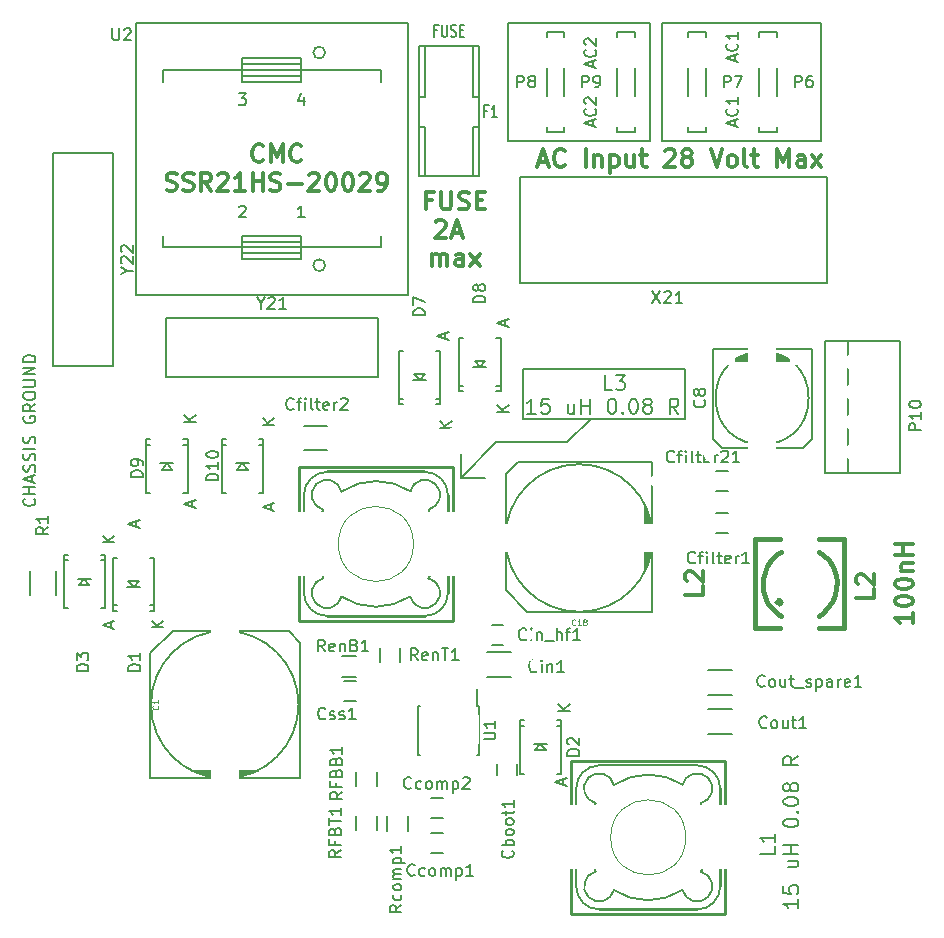
<source format=gto>
G04 #@! TF.FileFunction,Legend,Top*
%FSLAX46Y46*%
G04 Gerber Fmt 4.6, Leading zero omitted, Abs format (unit mm)*
G04 Created by KiCad (PCBNEW 4.0.2-4+6225~38~ubuntu15.04.1-stable) date Sa 02 Apr 2016 12:31:30 CEST*
%MOMM*%
G01*
G04 APERTURE LIST*
%ADD10C,0.150000*%
%ADD11C,0.300000*%
%ADD12C,0.200000*%
%ADD13C,0.127000*%
%ADD14C,0.203200*%
%ADD15C,0.381000*%
%ADD16C,0.000120*%
%ADD17C,0.254000*%
%ADD18C,0.101600*%
%ADD19C,0.119380*%
%ADD20C,0.152400*%
%ADD21C,0.304800*%
%ADD22R,1.300000X0.700000*%
%ADD23R,1.800860X3.500120*%
%ADD24C,6.000000*%
%ADD25R,0.600000X1.550000*%
%ADD26R,1.175000X1.175000*%
%ADD27R,1.000000X1.600000*%
%ADD28O,3.014980X1.506220*%
%ADD29C,2.199640*%
%ADD30R,2.400300X4.900000*%
%ADD31R,2.400300X3.500120*%
%ADD32R,4.900000X2.400300*%
%ADD33R,1.250000X1.000000*%
%ADD34R,1.000000X1.250000*%
%ADD35R,3.556000X4.191000*%
%ADD36R,2.199640X3.599180*%
%ADD37R,0.700000X1.300000*%
%ADD38R,1.600000X1.600000*%
%ADD39C,1.600000*%
%ADD40R,1.700000X1.700000*%
%ADD41C,1.700000*%
%ADD42R,1.700000X0.900000*%
%ADD43R,5.000000X5.499100*%
%ADD44R,2.500000X2.500000*%
%ADD45C,0.600000*%
%ADD46C,0.889000*%
%ADD47C,0.100000*%
G04 APERTURE END LIST*
D10*
D11*
X35535715Y-15492857D02*
X35035715Y-15492857D01*
X35035715Y-16278571D02*
X35035715Y-14778571D01*
X35750001Y-14778571D01*
X36321429Y-14778571D02*
X36321429Y-15992857D01*
X36392857Y-16135714D01*
X36464286Y-16207143D01*
X36607143Y-16278571D01*
X36892857Y-16278571D01*
X37035715Y-16207143D01*
X37107143Y-16135714D01*
X37178572Y-15992857D01*
X37178572Y-14778571D01*
X37821429Y-16207143D02*
X38035715Y-16278571D01*
X38392858Y-16278571D01*
X38535715Y-16207143D01*
X38607144Y-16135714D01*
X38678572Y-15992857D01*
X38678572Y-15850000D01*
X38607144Y-15707143D01*
X38535715Y-15635714D01*
X38392858Y-15564286D01*
X38107144Y-15492857D01*
X37964286Y-15421429D01*
X37892858Y-15350000D01*
X37821429Y-15207143D01*
X37821429Y-15064286D01*
X37892858Y-14921429D01*
X37964286Y-14850000D01*
X38107144Y-14778571D01*
X38464286Y-14778571D01*
X38678572Y-14850000D01*
X39321429Y-15492857D02*
X39821429Y-15492857D01*
X40035715Y-16278571D02*
X39321429Y-16278571D01*
X39321429Y-14778571D01*
X40035715Y-14778571D01*
X35857143Y-17321429D02*
X35928572Y-17250000D01*
X36071429Y-17178571D01*
X36428572Y-17178571D01*
X36571429Y-17250000D01*
X36642858Y-17321429D01*
X36714286Y-17464286D01*
X36714286Y-17607143D01*
X36642858Y-17821429D01*
X35785715Y-18678571D01*
X36714286Y-18678571D01*
X37285714Y-18250000D02*
X38000000Y-18250000D01*
X37142857Y-18678571D02*
X37642857Y-17178571D01*
X38142857Y-18678571D01*
X35571429Y-21078571D02*
X35571429Y-20078571D01*
X35571429Y-20221429D02*
X35642857Y-20150000D01*
X35785715Y-20078571D01*
X36000000Y-20078571D01*
X36142857Y-20150000D01*
X36214286Y-20292857D01*
X36214286Y-21078571D01*
X36214286Y-20292857D02*
X36285715Y-20150000D01*
X36428572Y-20078571D01*
X36642857Y-20078571D01*
X36785715Y-20150000D01*
X36857143Y-20292857D01*
X36857143Y-21078571D01*
X38214286Y-21078571D02*
X38214286Y-20292857D01*
X38142857Y-20150000D01*
X38000000Y-20078571D01*
X37714286Y-20078571D01*
X37571429Y-20150000D01*
X38214286Y-21007143D02*
X38071429Y-21078571D01*
X37714286Y-21078571D01*
X37571429Y-21007143D01*
X37500000Y-20864286D01*
X37500000Y-20721429D01*
X37571429Y-20578571D01*
X37714286Y-20507143D01*
X38071429Y-20507143D01*
X38214286Y-20435714D01*
X38785715Y-21078571D02*
X39571429Y-20078571D01*
X38785715Y-20078571D02*
X39571429Y-21078571D01*
D12*
X42000000Y-500000D02*
X43500000Y-500000D01*
X42000000Y-10500000D02*
X42000000Y-500000D01*
X43500000Y-10500000D02*
X42000000Y-10500000D01*
X54000000Y-10500000D02*
X54000000Y-10000000D01*
X43500000Y-10500000D02*
X54000000Y-10500000D01*
X42000000Y-500000D02*
X42000000Y-10500000D01*
X54000000Y-500000D02*
X43500000Y-500000D01*
X54000000Y-10500000D02*
X54000000Y-500000D01*
X55000000Y-10500000D02*
X55000000Y-9500000D01*
X68500000Y-10500000D02*
X55000000Y-10500000D01*
X68500000Y-10000000D02*
X68500000Y-10500000D01*
X68500000Y-500000D02*
X68500000Y-10000000D01*
X55000000Y-500000D02*
X68500000Y-500000D01*
X55000000Y-10000000D02*
X55000000Y-500000D01*
D11*
X44571429Y-12250000D02*
X45285715Y-12250000D01*
X44428572Y-12678571D02*
X44928572Y-11178571D01*
X45428572Y-12678571D01*
X46785715Y-12535714D02*
X46714286Y-12607143D01*
X46500000Y-12678571D01*
X46357143Y-12678571D01*
X46142858Y-12607143D01*
X46000000Y-12464286D01*
X45928572Y-12321429D01*
X45857143Y-12035714D01*
X45857143Y-11821429D01*
X45928572Y-11535714D01*
X46000000Y-11392857D01*
X46142858Y-11250000D01*
X46357143Y-11178571D01*
X46500000Y-11178571D01*
X46714286Y-11250000D01*
X46785715Y-11321429D01*
X48571429Y-12678571D02*
X48571429Y-11178571D01*
X49285715Y-11678571D02*
X49285715Y-12678571D01*
X49285715Y-11821429D02*
X49357143Y-11750000D01*
X49500001Y-11678571D01*
X49714286Y-11678571D01*
X49857143Y-11750000D01*
X49928572Y-11892857D01*
X49928572Y-12678571D01*
X50642858Y-11678571D02*
X50642858Y-13178571D01*
X50642858Y-11750000D02*
X50785715Y-11678571D01*
X51071429Y-11678571D01*
X51214286Y-11750000D01*
X51285715Y-11821429D01*
X51357144Y-11964286D01*
X51357144Y-12392857D01*
X51285715Y-12535714D01*
X51214286Y-12607143D01*
X51071429Y-12678571D01*
X50785715Y-12678571D01*
X50642858Y-12607143D01*
X52642858Y-11678571D02*
X52642858Y-12678571D01*
X52000001Y-11678571D02*
X52000001Y-12464286D01*
X52071429Y-12607143D01*
X52214287Y-12678571D01*
X52428572Y-12678571D01*
X52571429Y-12607143D01*
X52642858Y-12535714D01*
X53142858Y-11678571D02*
X53714287Y-11678571D01*
X53357144Y-11178571D02*
X53357144Y-12464286D01*
X53428572Y-12607143D01*
X53571430Y-12678571D01*
X53714287Y-12678571D01*
X55285715Y-11321429D02*
X55357144Y-11250000D01*
X55500001Y-11178571D01*
X55857144Y-11178571D01*
X56000001Y-11250000D01*
X56071430Y-11321429D01*
X56142858Y-11464286D01*
X56142858Y-11607143D01*
X56071430Y-11821429D01*
X55214287Y-12678571D01*
X56142858Y-12678571D01*
X57000001Y-11821429D02*
X56857143Y-11750000D01*
X56785715Y-11678571D01*
X56714286Y-11535714D01*
X56714286Y-11464286D01*
X56785715Y-11321429D01*
X56857143Y-11250000D01*
X57000001Y-11178571D01*
X57285715Y-11178571D01*
X57428572Y-11250000D01*
X57500001Y-11321429D01*
X57571429Y-11464286D01*
X57571429Y-11535714D01*
X57500001Y-11678571D01*
X57428572Y-11750000D01*
X57285715Y-11821429D01*
X57000001Y-11821429D01*
X56857143Y-11892857D01*
X56785715Y-11964286D01*
X56714286Y-12107143D01*
X56714286Y-12392857D01*
X56785715Y-12535714D01*
X56857143Y-12607143D01*
X57000001Y-12678571D01*
X57285715Y-12678571D01*
X57428572Y-12607143D01*
X57500001Y-12535714D01*
X57571429Y-12392857D01*
X57571429Y-12107143D01*
X57500001Y-11964286D01*
X57428572Y-11892857D01*
X57285715Y-11821429D01*
X59142857Y-11178571D02*
X59642857Y-12678571D01*
X60142857Y-11178571D01*
X60857143Y-12678571D02*
X60714285Y-12607143D01*
X60642857Y-12535714D01*
X60571428Y-12392857D01*
X60571428Y-11964286D01*
X60642857Y-11821429D01*
X60714285Y-11750000D01*
X60857143Y-11678571D01*
X61071428Y-11678571D01*
X61214285Y-11750000D01*
X61285714Y-11821429D01*
X61357143Y-11964286D01*
X61357143Y-12392857D01*
X61285714Y-12535714D01*
X61214285Y-12607143D01*
X61071428Y-12678571D01*
X60857143Y-12678571D01*
X62214286Y-12678571D02*
X62071428Y-12607143D01*
X62000000Y-12464286D01*
X62000000Y-11178571D01*
X62571428Y-11678571D02*
X63142857Y-11678571D01*
X62785714Y-11178571D02*
X62785714Y-12464286D01*
X62857142Y-12607143D01*
X63000000Y-12678571D01*
X63142857Y-12678571D01*
X64785714Y-12678571D02*
X64785714Y-11178571D01*
X65285714Y-12250000D01*
X65785714Y-11178571D01*
X65785714Y-12678571D01*
X67142857Y-12678571D02*
X67142857Y-11892857D01*
X67071428Y-11750000D01*
X66928571Y-11678571D01*
X66642857Y-11678571D01*
X66500000Y-11750000D01*
X67142857Y-12607143D02*
X67000000Y-12678571D01*
X66642857Y-12678571D01*
X66500000Y-12607143D01*
X66428571Y-12464286D01*
X66428571Y-12321429D01*
X66500000Y-12178571D01*
X66642857Y-12107143D01*
X67000000Y-12107143D01*
X67142857Y-12035714D01*
X67714286Y-12678571D02*
X68500000Y-11678571D01*
X67714286Y-11678571D02*
X68500000Y-12678571D01*
X72978571Y-48449999D02*
X72978571Y-49164285D01*
X71478571Y-49164285D01*
X71621429Y-48021428D02*
X71550000Y-47949999D01*
X71478571Y-47807142D01*
X71478571Y-47449999D01*
X71550000Y-47307142D01*
X71621429Y-47235713D01*
X71764286Y-47164285D01*
X71907143Y-47164285D01*
X72121429Y-47235713D01*
X72978571Y-48092856D01*
X72978571Y-47164285D01*
D12*
X43250000Y-34000000D02*
X43250000Y-33500000D01*
X57000000Y-34000000D02*
X43250000Y-34000000D01*
X57000000Y-29750000D02*
X57000000Y-34000000D01*
X43250000Y-29750000D02*
X57000000Y-29750000D01*
X43250000Y-33750000D02*
X43250000Y-29750000D01*
X38000000Y-39000000D02*
X40000000Y-39000000D01*
X38000000Y-37000000D02*
X38000000Y-39000000D01*
X38000000Y-39000000D02*
X38000000Y-37000000D01*
X41000000Y-36000000D02*
X38000000Y-39000000D01*
X44000000Y-36000000D02*
X41000000Y-36000000D01*
X47000000Y-36000000D02*
X44000000Y-36000000D01*
X49000000Y-34000000D02*
X47000000Y-36000000D01*
D11*
X21257143Y-12135714D02*
X21185714Y-12207143D01*
X20971428Y-12278571D01*
X20828571Y-12278571D01*
X20614286Y-12207143D01*
X20471428Y-12064286D01*
X20400000Y-11921429D01*
X20328571Y-11635714D01*
X20328571Y-11421429D01*
X20400000Y-11135714D01*
X20471428Y-10992857D01*
X20614286Y-10850000D01*
X20828571Y-10778571D01*
X20971428Y-10778571D01*
X21185714Y-10850000D01*
X21257143Y-10921429D01*
X21900000Y-12278571D02*
X21900000Y-10778571D01*
X22400000Y-11850000D01*
X22900000Y-10778571D01*
X22900000Y-12278571D01*
X24471429Y-12135714D02*
X24400000Y-12207143D01*
X24185714Y-12278571D01*
X24042857Y-12278571D01*
X23828572Y-12207143D01*
X23685714Y-12064286D01*
X23614286Y-11921429D01*
X23542857Y-11635714D01*
X23542857Y-11421429D01*
X23614286Y-11135714D01*
X23685714Y-10992857D01*
X23828572Y-10850000D01*
X24042857Y-10778571D01*
X24185714Y-10778571D01*
X24400000Y-10850000D01*
X24471429Y-10921429D01*
X13078573Y-14607143D02*
X13292859Y-14678571D01*
X13650002Y-14678571D01*
X13792859Y-14607143D01*
X13864288Y-14535714D01*
X13935716Y-14392857D01*
X13935716Y-14250000D01*
X13864288Y-14107143D01*
X13792859Y-14035714D01*
X13650002Y-13964286D01*
X13364288Y-13892857D01*
X13221430Y-13821429D01*
X13150002Y-13750000D01*
X13078573Y-13607143D01*
X13078573Y-13464286D01*
X13150002Y-13321429D01*
X13221430Y-13250000D01*
X13364288Y-13178571D01*
X13721430Y-13178571D01*
X13935716Y-13250000D01*
X14507144Y-14607143D02*
X14721430Y-14678571D01*
X15078573Y-14678571D01*
X15221430Y-14607143D01*
X15292859Y-14535714D01*
X15364287Y-14392857D01*
X15364287Y-14250000D01*
X15292859Y-14107143D01*
X15221430Y-14035714D01*
X15078573Y-13964286D01*
X14792859Y-13892857D01*
X14650001Y-13821429D01*
X14578573Y-13750000D01*
X14507144Y-13607143D01*
X14507144Y-13464286D01*
X14578573Y-13321429D01*
X14650001Y-13250000D01*
X14792859Y-13178571D01*
X15150001Y-13178571D01*
X15364287Y-13250000D01*
X16864287Y-14678571D02*
X16364287Y-13964286D01*
X16007144Y-14678571D02*
X16007144Y-13178571D01*
X16578572Y-13178571D01*
X16721430Y-13250000D01*
X16792858Y-13321429D01*
X16864287Y-13464286D01*
X16864287Y-13678571D01*
X16792858Y-13821429D01*
X16721430Y-13892857D01*
X16578572Y-13964286D01*
X16007144Y-13964286D01*
X17435715Y-13321429D02*
X17507144Y-13250000D01*
X17650001Y-13178571D01*
X18007144Y-13178571D01*
X18150001Y-13250000D01*
X18221430Y-13321429D01*
X18292858Y-13464286D01*
X18292858Y-13607143D01*
X18221430Y-13821429D01*
X17364287Y-14678571D01*
X18292858Y-14678571D01*
X19721429Y-14678571D02*
X18864286Y-14678571D01*
X19292858Y-14678571D02*
X19292858Y-13178571D01*
X19150001Y-13392857D01*
X19007143Y-13535714D01*
X18864286Y-13607143D01*
X20364286Y-14678571D02*
X20364286Y-13178571D01*
X20364286Y-13892857D02*
X21221429Y-13892857D01*
X21221429Y-14678571D02*
X21221429Y-13178571D01*
X21864286Y-14607143D02*
X22078572Y-14678571D01*
X22435715Y-14678571D01*
X22578572Y-14607143D01*
X22650001Y-14535714D01*
X22721429Y-14392857D01*
X22721429Y-14250000D01*
X22650001Y-14107143D01*
X22578572Y-14035714D01*
X22435715Y-13964286D01*
X22150001Y-13892857D01*
X22007143Y-13821429D01*
X21935715Y-13750000D01*
X21864286Y-13607143D01*
X21864286Y-13464286D01*
X21935715Y-13321429D01*
X22007143Y-13250000D01*
X22150001Y-13178571D01*
X22507143Y-13178571D01*
X22721429Y-13250000D01*
X23364286Y-14107143D02*
X24507143Y-14107143D01*
X25150000Y-13321429D02*
X25221429Y-13250000D01*
X25364286Y-13178571D01*
X25721429Y-13178571D01*
X25864286Y-13250000D01*
X25935715Y-13321429D01*
X26007143Y-13464286D01*
X26007143Y-13607143D01*
X25935715Y-13821429D01*
X25078572Y-14678571D01*
X26007143Y-14678571D01*
X26935714Y-13178571D02*
X27078571Y-13178571D01*
X27221428Y-13250000D01*
X27292857Y-13321429D01*
X27364286Y-13464286D01*
X27435714Y-13750000D01*
X27435714Y-14107143D01*
X27364286Y-14392857D01*
X27292857Y-14535714D01*
X27221428Y-14607143D01*
X27078571Y-14678571D01*
X26935714Y-14678571D01*
X26792857Y-14607143D01*
X26721428Y-14535714D01*
X26650000Y-14392857D01*
X26578571Y-14107143D01*
X26578571Y-13750000D01*
X26650000Y-13464286D01*
X26721428Y-13321429D01*
X26792857Y-13250000D01*
X26935714Y-13178571D01*
X28364285Y-13178571D02*
X28507142Y-13178571D01*
X28649999Y-13250000D01*
X28721428Y-13321429D01*
X28792857Y-13464286D01*
X28864285Y-13750000D01*
X28864285Y-14107143D01*
X28792857Y-14392857D01*
X28721428Y-14535714D01*
X28649999Y-14607143D01*
X28507142Y-14678571D01*
X28364285Y-14678571D01*
X28221428Y-14607143D01*
X28149999Y-14535714D01*
X28078571Y-14392857D01*
X28007142Y-14107143D01*
X28007142Y-13750000D01*
X28078571Y-13464286D01*
X28149999Y-13321429D01*
X28221428Y-13250000D01*
X28364285Y-13178571D01*
X29435713Y-13321429D02*
X29507142Y-13250000D01*
X29649999Y-13178571D01*
X30007142Y-13178571D01*
X30149999Y-13250000D01*
X30221428Y-13321429D01*
X30292856Y-13464286D01*
X30292856Y-13607143D01*
X30221428Y-13821429D01*
X29364285Y-14678571D01*
X30292856Y-14678571D01*
X31007141Y-14678571D02*
X31292856Y-14678571D01*
X31435713Y-14607143D01*
X31507141Y-14535714D01*
X31649999Y-14321429D01*
X31721427Y-14035714D01*
X31721427Y-13464286D01*
X31649999Y-13321429D01*
X31578570Y-13250000D01*
X31435713Y-13178571D01*
X31149999Y-13178571D01*
X31007141Y-13250000D01*
X30935713Y-13321429D01*
X30864284Y-13464286D01*
X30864284Y-13821429D01*
X30935713Y-13964286D01*
X31007141Y-14035714D01*
X31149999Y-14107143D01*
X31435713Y-14107143D01*
X31578570Y-14035714D01*
X31649999Y-13964286D01*
X31721427Y-13821429D01*
D10*
X30875000Y-63900000D02*
X30875000Y-65100000D01*
X29125000Y-65100000D02*
X29125000Y-63900000D01*
X39600000Y-29650000D02*
X39150000Y-29100000D01*
X39150000Y-29100000D02*
X40050000Y-29100000D01*
X40050000Y-29100000D02*
X39600000Y-29650000D01*
X39050000Y-29650000D02*
X40150000Y-29650000D01*
X41350060Y-31199140D02*
X40999540Y-31199140D01*
X37849940Y-31199140D02*
X38200460Y-31199140D01*
X41350060Y-27149560D02*
X40999540Y-27149560D01*
X41350060Y-31650440D02*
X40999540Y-31650440D01*
X37849940Y-31650440D02*
X38200460Y-31650440D01*
X37849940Y-27149560D02*
X38200460Y-27149560D01*
X41350060Y-31650440D02*
X41350060Y-27149560D01*
X37849940Y-31650440D02*
X37849940Y-27149560D01*
X39539000Y-58315000D02*
X39394000Y-58315000D01*
X39539000Y-62465000D02*
X39394000Y-62465000D01*
X34389000Y-62465000D02*
X34534000Y-62465000D01*
X34389000Y-58315000D02*
X34534000Y-58315000D01*
X39539000Y-58315000D02*
X39539000Y-62465000D01*
X34389000Y-58315000D02*
X34389000Y-62465000D01*
X39394000Y-58315000D02*
X39394000Y-56915000D01*
X24700000Y-36625000D02*
X26700000Y-36625000D01*
X26700000Y-34575000D02*
X24700000Y-34575000D01*
X75175000Y-33000000D02*
X75175000Y-38588000D01*
X68825000Y-38588000D02*
X68825000Y-33000000D01*
X70730000Y-33000000D02*
X70730000Y-38588000D01*
X75175000Y-33000000D02*
X75175000Y-27412000D01*
X70730000Y-33000000D02*
X70730000Y-27412000D01*
X68825000Y-33000000D02*
X68825000Y-27412000D01*
X68825000Y-38588000D02*
X75175000Y-38588000D01*
X68825000Y-27412000D02*
X75175000Y-27412000D01*
X15500000Y-500000D02*
X10500000Y-500000D01*
X10500000Y-500000D02*
X10500000Y-23500000D01*
X10500000Y-23500000D02*
X33500000Y-23500000D01*
X33500000Y-23500000D02*
X33500000Y-500000D01*
X33500000Y-500000D02*
X28500000Y-500000D01*
X27000000Y-4500000D02*
X31250000Y-4500000D01*
X31250000Y-4500000D02*
X31250000Y-5500000D01*
X17000000Y-4500000D02*
X12750000Y-4500000D01*
X12750000Y-4500000D02*
X12750000Y-5500000D01*
X17000000Y-19500000D02*
X12750000Y-19500000D01*
X12750000Y-19500000D02*
X12750000Y-18500000D01*
X27000000Y-19500000D02*
X31250000Y-19500000D01*
X31250000Y-19500000D02*
X31250000Y-18500000D01*
X26500880Y-2999000D02*
G75*
G03X26500880Y-2999000I-500380J0D01*
G01*
X26500880Y-21001000D02*
G75*
G03X26500880Y-21001000I-500380J0D01*
G01*
X19500640Y-4500140D02*
X24499360Y-4500140D01*
X24499360Y-3999760D02*
X19500640Y-3999760D01*
X19500640Y-5000520D02*
X24499360Y-5000520D01*
X27001260Y-4500140D02*
X24499360Y-4500140D01*
X16998740Y-4500140D02*
X19500640Y-4500140D01*
X19500640Y-3499380D02*
X24499360Y-3499380D01*
X24499360Y-3499380D02*
X24499360Y-5500900D01*
X24499360Y-5500900D02*
X19500640Y-5500900D01*
X19500640Y-5500900D02*
X19500640Y-3499380D01*
X19500640Y-19499860D02*
X16998740Y-19499860D01*
X24499360Y-18999480D02*
X19500640Y-18999480D01*
X19500640Y-20000240D02*
X24499360Y-20000240D01*
X24499360Y-19499860D02*
X19500640Y-19499860D01*
X22000000Y-20500620D02*
X19500640Y-20500620D01*
X19500640Y-20500620D02*
X19500640Y-18499100D01*
X19500640Y-18499100D02*
X24499360Y-18499100D01*
X24499360Y-19499860D02*
X27001260Y-19499860D01*
X24499360Y-18499100D02*
X24499360Y-20500620D01*
X24499360Y-20500620D02*
X22000000Y-20500620D01*
X15500140Y-498880D02*
X28499860Y-498880D01*
X11700000Y-58200000D02*
X11700000Y-64400000D01*
X11700000Y-64400000D02*
X20400000Y-64400000D01*
X20400000Y-64400000D02*
X24400000Y-64400000D01*
X24400000Y-64400000D02*
X24400000Y-53000000D01*
X24400000Y-53000000D02*
X23400000Y-52000000D01*
X23400000Y-52000000D02*
X13600000Y-52000000D01*
X13600000Y-52000000D02*
X11700000Y-53800000D01*
X11700000Y-53800000D02*
X11700000Y-58200000D01*
X20800000Y-63800000D02*
X15200000Y-63800000D01*
X15500000Y-63900000D02*
X20500000Y-63900000D01*
X20300000Y-64000000D02*
X15700000Y-64000000D01*
X16000000Y-64100000D02*
X20000000Y-64100000D01*
X16500000Y-64200000D02*
X16300000Y-64200000D01*
X19300000Y-64300000D02*
X16700000Y-64300000D01*
X16500000Y-64200000D02*
X19600000Y-64200000D01*
X18900000Y-64300000D02*
X19000000Y-64300000D01*
X17100000Y-64300000D02*
X17000000Y-64300000D01*
X17200000Y-64300000D02*
X18900000Y-64300000D01*
X18800000Y-64400000D02*
X17600000Y-64400000D01*
X18400000Y-64400000D02*
X17400000Y-64400000D01*
X17400000Y-64400000D02*
X17200000Y-64400000D01*
D13*
X24250000Y-58200000D02*
G75*
G03X24250000Y-58200000I-6250000J0D01*
G01*
X18000000Y-53628000D02*
X18000000Y-54390000D01*
X17619000Y-54009000D02*
X18381000Y-54009000D01*
D10*
X64516000Y-28440000D02*
X62484000Y-28440000D01*
X62103000Y-28567000D02*
X64897000Y-28567000D01*
X65151000Y-28694000D02*
X61849000Y-28694000D01*
X61595000Y-28821000D02*
X65405000Y-28821000D01*
X61468000Y-28948000D02*
X65532000Y-28948000D01*
X65786000Y-29075000D02*
X61214000Y-29075000D01*
X67691000Y-28059000D02*
X59309000Y-28059000D01*
X59309000Y-28059000D02*
X59309000Y-35679000D01*
X59309000Y-35679000D02*
X60071000Y-36441000D01*
X60071000Y-36441000D02*
X66929000Y-36441000D01*
X66929000Y-36441000D02*
X67691000Y-35679000D01*
X67691000Y-35679000D02*
X67691000Y-28059000D01*
X63500000Y-35933000D02*
X63500000Y-35171000D01*
X63881000Y-35552000D02*
X63119000Y-35552000D01*
X67437000Y-32250000D02*
G75*
G03X67437000Y-32250000I-3937000J0D01*
G01*
X48000000Y-50400000D02*
X54200000Y-50400000D01*
X54200000Y-50400000D02*
X54200000Y-41700000D01*
X54200000Y-41700000D02*
X54200000Y-37700000D01*
X54200000Y-37700000D02*
X42800000Y-37700000D01*
X42800000Y-37700000D02*
X41800000Y-38700000D01*
X41800000Y-38700000D02*
X41800000Y-48500000D01*
X41800000Y-48500000D02*
X43600000Y-50400000D01*
X43600000Y-50400000D02*
X48000000Y-50400000D01*
X53600000Y-41300000D02*
X53600000Y-46900000D01*
X53700000Y-46600000D02*
X53700000Y-41600000D01*
X53800000Y-41800000D02*
X53800000Y-46400000D01*
X53900000Y-46100000D02*
X53900000Y-42100000D01*
X54000000Y-45600000D02*
X54000000Y-45800000D01*
X54100000Y-42800000D02*
X54100000Y-45400000D01*
X54000000Y-45600000D02*
X54000000Y-42500000D01*
X54100000Y-43200000D02*
X54100000Y-43100000D01*
X54100000Y-45000000D02*
X54100000Y-45100000D01*
X54100000Y-44900000D02*
X54100000Y-43200000D01*
X54200000Y-43300000D02*
X54200000Y-44500000D01*
X54200000Y-43700000D02*
X54200000Y-44700000D01*
X54200000Y-44700000D02*
X54200000Y-44900000D01*
D13*
X54250000Y-44100000D02*
G75*
G03X54250000Y-44100000I-6250000J0D01*
G01*
X43428000Y-44100000D02*
X44190000Y-44100000D01*
X43809000Y-44481000D02*
X43809000Y-43719000D01*
D10*
X42767000Y-64192000D02*
X42767000Y-63192000D01*
X41067000Y-63192000D02*
X41067000Y-64192000D01*
X36448000Y-69065000D02*
X35448000Y-69065000D01*
X35448000Y-70765000D02*
X36448000Y-70765000D01*
X36448000Y-66144000D02*
X35448000Y-66144000D01*
X35448000Y-67844000D02*
X36448000Y-67844000D01*
X59578000Y-43714000D02*
X60578000Y-43714000D01*
X60578000Y-42014000D02*
X59578000Y-42014000D01*
X59578000Y-40158000D02*
X60578000Y-40158000D01*
X60578000Y-38458000D02*
X59578000Y-38458000D01*
X42218500Y-53777000D02*
X40218500Y-53777000D01*
X40218500Y-55827000D02*
X42218500Y-55827000D01*
X58951000Y-60653000D02*
X60951000Y-60653000D01*
X60951000Y-58603000D02*
X58951000Y-58603000D01*
X58951000Y-57351000D02*
X60951000Y-57351000D01*
X60951000Y-55301000D02*
X58951000Y-55301000D01*
X28082000Y-57938000D02*
X29082000Y-57938000D01*
X29082000Y-56238000D02*
X28082000Y-56238000D01*
X44711000Y-61537000D02*
X45161000Y-62087000D01*
X45161000Y-62087000D02*
X44261000Y-62087000D01*
X44261000Y-62087000D02*
X44711000Y-61537000D01*
X45261000Y-61537000D02*
X44161000Y-61537000D01*
X42960940Y-59987860D02*
X43311460Y-59987860D01*
X46461060Y-59987860D02*
X46110540Y-59987860D01*
X42960940Y-64037440D02*
X43311460Y-64037440D01*
X42960940Y-59536560D02*
X43311460Y-59536560D01*
X46461060Y-59536560D02*
X46110540Y-59536560D01*
X46461060Y-64037440D02*
X46110540Y-64037440D01*
X42960940Y-59536560D02*
X42960940Y-64037440D01*
X46461060Y-59536560D02*
X46461060Y-64037440D01*
X34500000Y-30750000D02*
X34050000Y-30200000D01*
X34050000Y-30200000D02*
X34950000Y-30200000D01*
X34950000Y-30200000D02*
X34500000Y-30750000D01*
X33950000Y-30750000D02*
X35050000Y-30750000D01*
X36250060Y-32299140D02*
X35899540Y-32299140D01*
X32749940Y-32299140D02*
X33100460Y-32299140D01*
X36250060Y-28249560D02*
X35899540Y-28249560D01*
X36250060Y-32750440D02*
X35899540Y-32750440D01*
X32749940Y-32750440D02*
X33100460Y-32750440D01*
X32749940Y-28249560D02*
X33100460Y-28249560D01*
X36250060Y-32750440D02*
X36250060Y-28249560D01*
X32749940Y-32750440D02*
X32749940Y-28249560D01*
X13100000Y-37750000D02*
X13550000Y-38300000D01*
X13550000Y-38300000D02*
X12650000Y-38300000D01*
X12650000Y-38300000D02*
X13100000Y-37750000D01*
X13650000Y-37750000D02*
X12550000Y-37750000D01*
X11349940Y-36200860D02*
X11700460Y-36200860D01*
X14850060Y-36200860D02*
X14499540Y-36200860D01*
X11349940Y-40250440D02*
X11700460Y-40250440D01*
X11349940Y-35749560D02*
X11700460Y-35749560D01*
X14850060Y-35749560D02*
X14499540Y-35749560D01*
X14850060Y-40250440D02*
X14499540Y-40250440D01*
X11349940Y-35749560D02*
X11349940Y-40250440D01*
X14850060Y-35749560D02*
X14850060Y-40250440D01*
X19500000Y-37750000D02*
X19950000Y-38300000D01*
X19950000Y-38300000D02*
X19050000Y-38300000D01*
X19050000Y-38300000D02*
X19500000Y-37750000D01*
X20050000Y-37750000D02*
X18950000Y-37750000D01*
X17749940Y-36200860D02*
X18100460Y-36200860D01*
X21250060Y-36200860D02*
X20899540Y-36200860D01*
X17749940Y-40250440D02*
X18100460Y-40250440D01*
X17749940Y-35749560D02*
X18100460Y-35749560D01*
X21250060Y-35749560D02*
X20899540Y-35749560D01*
X21250060Y-40250440D02*
X20899540Y-40250440D01*
X17749940Y-35749560D02*
X17749940Y-40250440D01*
X21250060Y-35749560D02*
X21250060Y-40250440D01*
D14*
X39032000Y-2412000D02*
X39032000Y-6730000D01*
X39032000Y-6730000D02*
X39540000Y-6730000D01*
X34968000Y-2412000D02*
X34968000Y-6730000D01*
X34968000Y-6730000D02*
X34460000Y-6730000D01*
X34968000Y-13461000D02*
X34968000Y-9270000D01*
X34968000Y-9270000D02*
X34460000Y-9270000D01*
X39032000Y-13461000D02*
X39032000Y-9270000D01*
X39032000Y-9270000D02*
X39540000Y-9270000D01*
X39540000Y-13461000D02*
X39540000Y-2412000D01*
X34460000Y-2412000D02*
X34460000Y-13461000D01*
X34460000Y-2412000D02*
X39540000Y-2412000D01*
X39540000Y-13461000D02*
X34460000Y-13461000D01*
D15*
X65111581Y-49544200D02*
G75*
G03X65111581Y-49544200I-179641J0D01*
G01*
X68282200Y-50694820D02*
X68632720Y-50443360D01*
X68632720Y-50443360D02*
X69031500Y-49993780D01*
X69031500Y-49993780D02*
X69382020Y-49544200D01*
X69382020Y-49544200D02*
X69681740Y-48893960D01*
X69681740Y-48893960D02*
X69780800Y-48294520D01*
X69780800Y-48294520D02*
X69831600Y-47794140D01*
X69831600Y-47794140D02*
X69732540Y-47194700D01*
X69732540Y-47194700D02*
X69481080Y-46544460D01*
X69481080Y-46544460D02*
X69133100Y-45993280D01*
X69133100Y-45993280D02*
X68680980Y-45543700D01*
X68680980Y-45543700D02*
X68282200Y-45243980D01*
X65081800Y-45243980D02*
X64731280Y-45492900D01*
X64731280Y-45492900D02*
X64281700Y-45945020D01*
X64281700Y-45945020D02*
X63931180Y-46442860D01*
X63931180Y-46442860D02*
X63733060Y-46943240D01*
X63733060Y-46943240D02*
X63583200Y-47545220D01*
X63583200Y-47545220D02*
X63532400Y-47944000D01*
X63532400Y-47944000D02*
X63583200Y-48495180D01*
X63583200Y-48495180D02*
X63733060Y-49094620D01*
X63733060Y-49094620D02*
X64032780Y-49694060D01*
X64032780Y-49694060D02*
X64380760Y-50143640D01*
X64380760Y-50143640D02*
X64832880Y-50494160D01*
X64832880Y-50494160D02*
X65081800Y-50694820D01*
X62932960Y-44194960D02*
X65031000Y-44194960D01*
X68333000Y-51693040D02*
X70431040Y-51693040D01*
X70431040Y-51693040D02*
X70431040Y-44194960D01*
X70431040Y-44194960D02*
X68333000Y-44194960D01*
X62932960Y-44194960D02*
X62932960Y-51693040D01*
X62932960Y-51693040D02*
X65031000Y-51693040D01*
D10*
X31771000Y-68864000D02*
X31771000Y-67664000D01*
X33521000Y-67664000D02*
X33521000Y-68864000D01*
X27900000Y-54125000D02*
X29100000Y-54125000D01*
X29100000Y-55875000D02*
X27900000Y-55875000D01*
X31125000Y-54600000D02*
X31125000Y-53400000D01*
X32875000Y-53400000D02*
X32875000Y-54600000D01*
X30875000Y-67650000D02*
X30875000Y-68850000D01*
X29125000Y-68850000D02*
X29125000Y-67650000D01*
X69000000Y-22500000D02*
X43000000Y-22500000D01*
X43000000Y-22500000D02*
X43000000Y-13500000D01*
X43000000Y-13500000D02*
X69000000Y-13500000D01*
X69000000Y-13500000D02*
X69000000Y-22500000D01*
X13000000Y-25500000D02*
X13000000Y-25500000D01*
X31000000Y-30500000D02*
X31000000Y-25500000D01*
X31000000Y-25500000D02*
X13000000Y-25500000D01*
X13000000Y-25500000D02*
X13000000Y-30500000D01*
X13000000Y-30500000D02*
X31000000Y-30500000D01*
X8500000Y-11500000D02*
X8500000Y-11500000D01*
X3500000Y-29500000D02*
X8500000Y-29500000D01*
X8500000Y-29500000D02*
X8500000Y-11500000D01*
X8500000Y-11500000D02*
X3500000Y-11500000D01*
X3500000Y-11500000D02*
X3500000Y-29500000D01*
X10300000Y-48250000D02*
X9850000Y-47700000D01*
X9850000Y-47700000D02*
X10750000Y-47700000D01*
X10750000Y-47700000D02*
X10300000Y-48250000D01*
X9750000Y-48250000D02*
X10850000Y-48250000D01*
X12050060Y-49799140D02*
X11699540Y-49799140D01*
X8549940Y-49799140D02*
X8900460Y-49799140D01*
X12050060Y-45749560D02*
X11699540Y-45749560D01*
X12050060Y-50250440D02*
X11699540Y-50250440D01*
X8549940Y-50250440D02*
X8900460Y-50250440D01*
X8549940Y-45749560D02*
X8900460Y-45749560D01*
X12050060Y-50250440D02*
X12050060Y-45749560D01*
X8549940Y-50250440D02*
X8549940Y-45749560D01*
X6100000Y-47550000D02*
X6550000Y-48100000D01*
X6550000Y-48100000D02*
X5650000Y-48100000D01*
X5650000Y-48100000D02*
X6100000Y-47550000D01*
X6650000Y-47550000D02*
X5550000Y-47550000D01*
X4349940Y-46000860D02*
X4700460Y-46000860D01*
X7850060Y-46000860D02*
X7499540Y-46000860D01*
X4349940Y-50050440D02*
X4700460Y-50050440D01*
X4349940Y-45549560D02*
X4700460Y-45549560D01*
X7850060Y-45549560D02*
X7499540Y-45549560D01*
X7850060Y-50050440D02*
X7499540Y-50050440D01*
X4349940Y-45549560D02*
X4349940Y-50050440D01*
X7850060Y-45549560D02*
X7850060Y-50050440D01*
X3675000Y-46900000D02*
X3675000Y-48900000D01*
X1525000Y-48900000D02*
X1525000Y-46900000D01*
D16*
X24650660Y-48747820D02*
X24650660Y-40452180D01*
D14*
X26652180Y-38450660D02*
X34947820Y-38450660D01*
D16*
X36949340Y-40452180D02*
X36949340Y-48747820D01*
X34947820Y-50749340D02*
X26652180Y-50749340D01*
D14*
X24701460Y-48747820D02*
X24701460Y-40452180D01*
D13*
X26652180Y-38501460D02*
X34947820Y-38501460D01*
D14*
X36898540Y-40452180D02*
X36898540Y-48747820D01*
X34947820Y-50698540D02*
X26652180Y-50698540D01*
D17*
X24300140Y-51099860D02*
X24300140Y-38100140D01*
X24300140Y-38100140D02*
X37299860Y-38100140D01*
X37299860Y-38100140D02*
X37299860Y-51099860D01*
X37299860Y-51099860D02*
X24300140Y-51099860D01*
D18*
X33979011Y-44600000D02*
G75*
G03X33979011Y-44600000I-3179011J0D01*
G01*
D14*
X26346888Y-41710472D02*
G75*
G03X26352460Y-47498140I4475972J-2889528D01*
G01*
X33744541Y-40152908D02*
G75*
G03X27901860Y-40152460I-2921681J-4447092D01*
G01*
X35247092Y-47544541D02*
G75*
G03X35247540Y-41701860I-4447092J2921681D01*
G01*
X27855459Y-49047092D02*
G75*
G03X33698140Y-49047540I2921681J4447092D01*
G01*
X26351890Y-47498276D02*
G75*
G03X27901860Y-49047540I300290J-1249544D01*
G01*
X33698276Y-49048110D02*
G75*
G03X35247540Y-47498140I1249544J300290D01*
G01*
X35248110Y-41701724D02*
G75*
G03X33698140Y-40152460I-300290J1249544D01*
G01*
X27899702Y-40199629D02*
G75*
G03X26352460Y-41701860I-1257682J-252551D01*
G01*
X24701460Y-48747820D02*
G75*
G03X26652180Y-50698540I1950720J0D01*
G01*
X26652180Y-38501460D02*
G75*
G03X24701460Y-40452180I0J-1950720D01*
G01*
X36898540Y-40452180D02*
G75*
G03X34947820Y-38501460I-1950720J0D01*
G01*
X34947820Y-50698540D02*
G75*
G03X36898540Y-48747820I0J1950720D01*
G01*
D16*
X47705660Y-73592920D02*
X47705660Y-65297280D01*
D14*
X49707180Y-63295760D02*
X58002820Y-63295760D01*
D16*
X60004340Y-65297280D02*
X60004340Y-73592920D01*
X58002820Y-75594440D02*
X49707180Y-75594440D01*
D14*
X47756460Y-73592920D02*
X47756460Y-65297280D01*
D13*
X49707180Y-63346560D02*
X58002820Y-63346560D01*
D14*
X59953540Y-65297280D02*
X59953540Y-73592920D01*
X58002820Y-75543640D02*
X49707180Y-75543640D01*
D17*
X47355140Y-75944960D02*
X47355140Y-62945240D01*
X47355140Y-62945240D02*
X60354860Y-62945240D01*
X60354860Y-62945240D02*
X60354860Y-75944960D01*
X60354860Y-75944960D02*
X47355140Y-75944960D01*
D18*
X57034011Y-69445100D02*
G75*
G03X57034011Y-69445100I-3179011J0D01*
G01*
D14*
X49401888Y-66555572D02*
G75*
G03X49407460Y-72343240I4475972J-2889528D01*
G01*
X56799541Y-64998008D02*
G75*
G03X50956860Y-64997560I-2921681J-4447092D01*
G01*
X58302092Y-72389641D02*
G75*
G03X58302540Y-66546960I-4447092J2921681D01*
G01*
X50910459Y-73892192D02*
G75*
G03X56753140Y-73892640I2921681J4447092D01*
G01*
X49406890Y-72343376D02*
G75*
G03X50956860Y-73892640I300290J-1249544D01*
G01*
X56753276Y-73893210D02*
G75*
G03X58302540Y-72343240I1249544J300290D01*
G01*
X58303110Y-66546824D02*
G75*
G03X56753140Y-64997560I-300290J1249544D01*
G01*
X50954702Y-65044729D02*
G75*
G03X49407460Y-66546960I-1257682J-252551D01*
G01*
X47756460Y-73592920D02*
G75*
G03X49707180Y-75543640I1950720J0D01*
G01*
X49707180Y-63346560D02*
G75*
G03X47756460Y-65297280I0J-1950720D01*
G01*
X59953540Y-65297280D02*
G75*
G03X58002820Y-63346560I-1950720J0D01*
G01*
X58002820Y-75543640D02*
G75*
G03X59953540Y-73592920I0J1950720D01*
G01*
D10*
X40600000Y-53150000D02*
X41600000Y-53150000D01*
X41600000Y-51450000D02*
X40600000Y-51450000D01*
X64750000Y-9750000D02*
X63250000Y-9750000D01*
X63250000Y-9750000D02*
X63250000Y-1250000D01*
X63250000Y-1250000D02*
X64750000Y-1250000D01*
X64750000Y-1250000D02*
X64750000Y-9750000D01*
X57250000Y-1250000D02*
X58750000Y-1250000D01*
X58750000Y-1250000D02*
X58750000Y-9750000D01*
X58750000Y-9750000D02*
X57250000Y-9750000D01*
X57250000Y-9750000D02*
X57250000Y-1250000D01*
X45250000Y-1250000D02*
X46750000Y-1250000D01*
X46750000Y-1250000D02*
X46750000Y-9750000D01*
X46750000Y-9750000D02*
X45250000Y-9750000D01*
X45250000Y-9750000D02*
X45250000Y-1250000D01*
X52750000Y-9750000D02*
X51250000Y-9750000D01*
X51250000Y-9750000D02*
X51250000Y-1250000D01*
X51250000Y-1250000D02*
X52750000Y-1250000D01*
X52750000Y-1250000D02*
X52750000Y-9750000D01*
X27952381Y-65595238D02*
X27476190Y-65928572D01*
X27952381Y-66166667D02*
X26952381Y-66166667D01*
X26952381Y-65785714D01*
X27000000Y-65690476D01*
X27047619Y-65642857D01*
X27142857Y-65595238D01*
X27285714Y-65595238D01*
X27380952Y-65642857D01*
X27428571Y-65690476D01*
X27476190Y-65785714D01*
X27476190Y-66166667D01*
X27428571Y-64833333D02*
X27428571Y-65166667D01*
X27952381Y-65166667D02*
X26952381Y-65166667D01*
X26952381Y-64690476D01*
X27428571Y-63976190D02*
X27476190Y-63833333D01*
X27523810Y-63785714D01*
X27619048Y-63738095D01*
X27761905Y-63738095D01*
X27857143Y-63785714D01*
X27904762Y-63833333D01*
X27952381Y-63928571D01*
X27952381Y-64309524D01*
X26952381Y-64309524D01*
X26952381Y-63976190D01*
X27000000Y-63880952D01*
X27047619Y-63833333D01*
X27142857Y-63785714D01*
X27238095Y-63785714D01*
X27333333Y-63833333D01*
X27380952Y-63880952D01*
X27428571Y-63976190D01*
X27428571Y-64309524D01*
X27428571Y-62976190D02*
X27476190Y-62833333D01*
X27523810Y-62785714D01*
X27619048Y-62738095D01*
X27761905Y-62738095D01*
X27857143Y-62785714D01*
X27904762Y-62833333D01*
X27952381Y-62928571D01*
X27952381Y-63309524D01*
X26952381Y-63309524D01*
X26952381Y-62976190D01*
X27000000Y-62880952D01*
X27047619Y-62833333D01*
X27142857Y-62785714D01*
X27238095Y-62785714D01*
X27333333Y-62833333D01*
X27380952Y-62880952D01*
X27428571Y-62976190D01*
X27428571Y-63309524D01*
X27952381Y-61785714D02*
X27952381Y-62357143D01*
X27952381Y-62071429D02*
X26952381Y-62071429D01*
X27095238Y-62166667D01*
X27190476Y-62261905D01*
X27238095Y-62357143D01*
X40052381Y-24138095D02*
X39052381Y-24138095D01*
X39052381Y-23900000D01*
X39100000Y-23757142D01*
X39195238Y-23661904D01*
X39290476Y-23614285D01*
X39480952Y-23566666D01*
X39623810Y-23566666D01*
X39814286Y-23614285D01*
X39909524Y-23661904D01*
X40004762Y-23757142D01*
X40052381Y-23900000D01*
X40052381Y-24138095D01*
X39480952Y-22995238D02*
X39433333Y-23090476D01*
X39385714Y-23138095D01*
X39290476Y-23185714D01*
X39242857Y-23185714D01*
X39147619Y-23138095D01*
X39100000Y-23090476D01*
X39052381Y-22995238D01*
X39052381Y-22804761D01*
X39100000Y-22709523D01*
X39147619Y-22661904D01*
X39242857Y-22614285D01*
X39290476Y-22614285D01*
X39385714Y-22661904D01*
X39433333Y-22709523D01*
X39480952Y-22804761D01*
X39480952Y-22995238D01*
X39528571Y-23090476D01*
X39576190Y-23138095D01*
X39671429Y-23185714D01*
X39861905Y-23185714D01*
X39957143Y-23138095D01*
X40004762Y-23090476D01*
X40052381Y-22995238D01*
X40052381Y-22804761D01*
X40004762Y-22709523D01*
X39957143Y-22661904D01*
X39861905Y-22614285D01*
X39671429Y-22614285D01*
X39576190Y-22661904D01*
X39528571Y-22709523D01*
X39480952Y-22804761D01*
X42052381Y-33411905D02*
X41052381Y-33411905D01*
X42052381Y-32840476D02*
X41480952Y-33269048D01*
X41052381Y-32840476D02*
X41623810Y-33411905D01*
X41766667Y-26138095D02*
X41766667Y-25661904D01*
X42052381Y-26233333D02*
X41052381Y-25900000D01*
X42052381Y-25566666D01*
X5261905Y-6452381D02*
X5261905Y-5452381D01*
X5642858Y-5452381D01*
X5738096Y-5500000D01*
X5785715Y-5547619D01*
X5833334Y-5642857D01*
X5833334Y-5785714D01*
X5785715Y-5880952D01*
X5738096Y-5928571D01*
X5642858Y-5976190D01*
X5261905Y-5976190D01*
X6166667Y-5452381D02*
X6785715Y-5452381D01*
X6452381Y-5833333D01*
X6595239Y-5833333D01*
X6690477Y-5880952D01*
X6738096Y-5928571D01*
X6785715Y-6023810D01*
X6785715Y-6261905D01*
X6738096Y-6357143D01*
X6690477Y-6404762D01*
X6595239Y-6452381D01*
X6309524Y-6452381D01*
X6214286Y-6404762D01*
X6166667Y-6357143D01*
X5761905Y-7702381D02*
X5761905Y-6702381D01*
X6142858Y-6702381D01*
X6238096Y-6750000D01*
X6285715Y-6797619D01*
X6333334Y-6892857D01*
X6333334Y-7035714D01*
X6285715Y-7130952D01*
X6238096Y-7178571D01*
X6142858Y-7226190D01*
X5761905Y-7226190D01*
X6666667Y-6702381D02*
X7285715Y-6702381D01*
X6952381Y-7083333D01*
X7095239Y-7083333D01*
X7190477Y-7130952D01*
X7238096Y-7178571D01*
X7285715Y-7273810D01*
X7285715Y-7511905D01*
X7238096Y-7607143D01*
X7190477Y-7654762D01*
X7095239Y-7702381D01*
X6809524Y-7702381D01*
X6714286Y-7654762D01*
X6666667Y-7607143D01*
X4261905Y-70452381D02*
X4261905Y-69452381D01*
X4642858Y-69452381D01*
X4738096Y-69500000D01*
X4785715Y-69547619D01*
X4833334Y-69642857D01*
X4833334Y-69785714D01*
X4785715Y-69880952D01*
X4738096Y-69928571D01*
X4642858Y-69976190D01*
X4261905Y-69976190D01*
X5690477Y-69785714D02*
X5690477Y-70452381D01*
X5452381Y-69404762D02*
X5214286Y-70119048D01*
X5833334Y-70119048D01*
X4261905Y-70452381D02*
X4261905Y-69452381D01*
X4642858Y-69452381D01*
X4738096Y-69500000D01*
X4785715Y-69547619D01*
X4833334Y-69642857D01*
X4833334Y-69785714D01*
X4785715Y-69880952D01*
X4738096Y-69928571D01*
X4642858Y-69976190D01*
X4261905Y-69976190D01*
X5690477Y-69785714D02*
X5690477Y-70452381D01*
X5452381Y-69404762D02*
X5214286Y-70119048D01*
X5833334Y-70119048D01*
X72452381Y-70738095D02*
X71452381Y-70738095D01*
X71452381Y-70357142D01*
X71500000Y-70261904D01*
X71547619Y-70214285D01*
X71642857Y-70166666D01*
X71785714Y-70166666D01*
X71880952Y-70214285D01*
X71928571Y-70261904D01*
X71976190Y-70357142D01*
X71976190Y-70738095D01*
X72452381Y-69214285D02*
X72452381Y-69785714D01*
X72452381Y-69500000D02*
X71452381Y-69500000D01*
X71595238Y-69595238D01*
X71690476Y-69690476D01*
X71738095Y-69785714D01*
X72452381Y-70738095D02*
X71452381Y-70738095D01*
X71452381Y-70357142D01*
X71500000Y-70261904D01*
X71547619Y-70214285D01*
X71642857Y-70166666D01*
X71785714Y-70166666D01*
X71880952Y-70214285D01*
X71928571Y-70261904D01*
X71976190Y-70357142D01*
X71976190Y-70738095D01*
X72452381Y-69214285D02*
X72452381Y-69785714D01*
X72452381Y-69500000D02*
X71452381Y-69500000D01*
X71595238Y-69595238D01*
X71690476Y-69690476D01*
X71738095Y-69785714D01*
X72452381Y-6738095D02*
X71452381Y-6738095D01*
X71452381Y-6357142D01*
X71500000Y-6261904D01*
X71547619Y-6214285D01*
X71642857Y-6166666D01*
X71785714Y-6166666D01*
X71880952Y-6214285D01*
X71928571Y-6261904D01*
X71976190Y-6357142D01*
X71976190Y-6738095D01*
X71547619Y-5785714D02*
X71500000Y-5738095D01*
X71452381Y-5642857D01*
X71452381Y-5404761D01*
X71500000Y-5309523D01*
X71547619Y-5261904D01*
X71642857Y-5214285D01*
X71738095Y-5214285D01*
X71880952Y-5261904D01*
X72452381Y-5833333D01*
X72452381Y-5214285D01*
X71952381Y-6488095D02*
X70952381Y-6488095D01*
X70952381Y-6107142D01*
X71000000Y-6011904D01*
X71047619Y-5964285D01*
X71142857Y-5916666D01*
X71285714Y-5916666D01*
X71380952Y-5964285D01*
X71428571Y-6011904D01*
X71476190Y-6107142D01*
X71476190Y-6488095D01*
X71047619Y-5535714D02*
X71000000Y-5488095D01*
X70952381Y-5392857D01*
X70952381Y-5154761D01*
X71000000Y-5059523D01*
X71047619Y-5011904D01*
X71142857Y-4964285D01*
X71238095Y-4964285D01*
X71380952Y-5011904D01*
X71952381Y-5583333D01*
X71952381Y-4964285D01*
X39916381Y-61151905D02*
X40725905Y-61151905D01*
X40821143Y-61104286D01*
X40868762Y-61056667D01*
X40916381Y-60961429D01*
X40916381Y-60770952D01*
X40868762Y-60675714D01*
X40821143Y-60628095D01*
X40725905Y-60580476D01*
X39916381Y-60580476D01*
X40916381Y-59580476D02*
X40916381Y-60151905D01*
X40916381Y-59866191D02*
X39916381Y-59866191D01*
X40059238Y-59961429D01*
X40154476Y-60056667D01*
X40202095Y-60151905D01*
X23823809Y-33157143D02*
X23776190Y-33204762D01*
X23633333Y-33252381D01*
X23538095Y-33252381D01*
X23395237Y-33204762D01*
X23299999Y-33109524D01*
X23252380Y-33014286D01*
X23204761Y-32823810D01*
X23204761Y-32680952D01*
X23252380Y-32490476D01*
X23299999Y-32395238D01*
X23395237Y-32300000D01*
X23538095Y-32252381D01*
X23633333Y-32252381D01*
X23776190Y-32300000D01*
X23823809Y-32347619D01*
X24109523Y-32585714D02*
X24490475Y-32585714D01*
X24252380Y-33252381D02*
X24252380Y-32395238D01*
X24299999Y-32300000D01*
X24395237Y-32252381D01*
X24490475Y-32252381D01*
X24823809Y-33252381D02*
X24823809Y-32585714D01*
X24823809Y-32252381D02*
X24776190Y-32300000D01*
X24823809Y-32347619D01*
X24871428Y-32300000D01*
X24823809Y-32252381D01*
X24823809Y-32347619D01*
X25442856Y-33252381D02*
X25347618Y-33204762D01*
X25299999Y-33109524D01*
X25299999Y-32252381D01*
X25680952Y-32585714D02*
X26061904Y-32585714D01*
X25823809Y-32252381D02*
X25823809Y-33109524D01*
X25871428Y-33204762D01*
X25966666Y-33252381D01*
X26061904Y-33252381D01*
X26776191Y-33204762D02*
X26680953Y-33252381D01*
X26490476Y-33252381D01*
X26395238Y-33204762D01*
X26347619Y-33109524D01*
X26347619Y-32728571D01*
X26395238Y-32633333D01*
X26490476Y-32585714D01*
X26680953Y-32585714D01*
X26776191Y-32633333D01*
X26823810Y-32728571D01*
X26823810Y-32823810D01*
X26347619Y-32919048D01*
X27252381Y-33252381D02*
X27252381Y-32585714D01*
X27252381Y-32776190D02*
X27300000Y-32680952D01*
X27347619Y-32633333D01*
X27442857Y-32585714D01*
X27538096Y-32585714D01*
X27823810Y-32347619D02*
X27871429Y-32300000D01*
X27966667Y-32252381D01*
X28204763Y-32252381D01*
X28300001Y-32300000D01*
X28347620Y-32347619D01*
X28395239Y-32442857D01*
X28395239Y-32538095D01*
X28347620Y-32680952D01*
X27776191Y-33252381D01*
X28395239Y-33252381D01*
X76952381Y-34964286D02*
X75952381Y-34964286D01*
X75952381Y-34583333D01*
X76000000Y-34488095D01*
X76047619Y-34440476D01*
X76142857Y-34392857D01*
X76285714Y-34392857D01*
X76380952Y-34440476D01*
X76428571Y-34488095D01*
X76476190Y-34583333D01*
X76476190Y-34964286D01*
X76952381Y-33440476D02*
X76952381Y-34011905D01*
X76952381Y-33726191D02*
X75952381Y-33726191D01*
X76095238Y-33821429D01*
X76190476Y-33916667D01*
X76238095Y-34011905D01*
X75952381Y-32821429D02*
X75952381Y-32726190D01*
X76000000Y-32630952D01*
X76047619Y-32583333D01*
X76142857Y-32535714D01*
X76333333Y-32488095D01*
X76571429Y-32488095D01*
X76761905Y-32535714D01*
X76857143Y-32583333D01*
X76904762Y-32630952D01*
X76952381Y-32726190D01*
X76952381Y-32821429D01*
X76904762Y-32916667D01*
X76857143Y-32964286D01*
X76761905Y-33011905D01*
X76571429Y-33059524D01*
X76333333Y-33059524D01*
X76142857Y-33011905D01*
X76047619Y-32964286D01*
X76000000Y-32916667D01*
X75952381Y-32821429D01*
X8488095Y-952381D02*
X8488095Y-1761905D01*
X8535714Y-1857143D01*
X8583333Y-1904762D01*
X8678571Y-1952381D01*
X8869048Y-1952381D01*
X8964286Y-1904762D01*
X9011905Y-1857143D01*
X9059524Y-1761905D01*
X9059524Y-952381D01*
X9488095Y-1047619D02*
X9535714Y-1000000D01*
X9630952Y-952381D01*
X9869048Y-952381D01*
X9964286Y-1000000D01*
X10011905Y-1047619D01*
X10059524Y-1142857D01*
X10059524Y-1238095D01*
X10011905Y-1380952D01*
X9440476Y-1952381D01*
X10059524Y-1952381D01*
X19167307Y-6451881D02*
X19786355Y-6451881D01*
X19453021Y-6832833D01*
X19595879Y-6832833D01*
X19691117Y-6880452D01*
X19738736Y-6928071D01*
X19786355Y-7023310D01*
X19786355Y-7261405D01*
X19738736Y-7356643D01*
X19691117Y-7404262D01*
X19595879Y-7451881D01*
X19310164Y-7451881D01*
X19214926Y-7404262D01*
X19167307Y-7356643D01*
X24689837Y-6785214D02*
X24689837Y-7451881D01*
X24451741Y-6404262D02*
X24213646Y-7118548D01*
X24832694Y-7118548D01*
X19214926Y-16047739D02*
X19262545Y-16000120D01*
X19357783Y-15952501D01*
X19595879Y-15952501D01*
X19691117Y-16000120D01*
X19738736Y-16047739D01*
X19786355Y-16142977D01*
X19786355Y-16238215D01*
X19738736Y-16381072D01*
X19167307Y-16952501D01*
X19786355Y-16952501D01*
X24785075Y-16952501D02*
X24213646Y-16952501D01*
X24499360Y-16952501D02*
X24499360Y-15952501D01*
X24404122Y-16095358D01*
X24308884Y-16190596D01*
X24213646Y-16238215D01*
D19*
X12336707Y-58283396D02*
X12360535Y-58307224D01*
X12384362Y-58378707D01*
X12384362Y-58426362D01*
X12360535Y-58497845D01*
X12312880Y-58545500D01*
X12265224Y-58569328D01*
X12169914Y-58593156D01*
X12098431Y-58593156D01*
X12003120Y-58569328D01*
X11955465Y-58545500D01*
X11907810Y-58497845D01*
X11883982Y-58426362D01*
X11883982Y-58378707D01*
X11907810Y-58307224D01*
X11931638Y-58283396D01*
X12384362Y-57806844D02*
X12384362Y-58092776D01*
X12384362Y-57949810D02*
X11883982Y-57949810D01*
X11955465Y-57997465D01*
X12003120Y-58045120D01*
X12026948Y-58092776D01*
D10*
X58607143Y-32416666D02*
X58654762Y-32464285D01*
X58702381Y-32607142D01*
X58702381Y-32702380D01*
X58654762Y-32845238D01*
X58559524Y-32940476D01*
X58464286Y-32988095D01*
X58273810Y-33035714D01*
X58130952Y-33035714D01*
X57940476Y-32988095D01*
X57845238Y-32940476D01*
X57750000Y-32845238D01*
X57702381Y-32702380D01*
X57702381Y-32607142D01*
X57750000Y-32464285D01*
X57797619Y-32416666D01*
X58130952Y-31845238D02*
X58083333Y-31940476D01*
X58035714Y-31988095D01*
X57940476Y-32035714D01*
X57892857Y-32035714D01*
X57797619Y-31988095D01*
X57750000Y-31940476D01*
X57702381Y-31845238D01*
X57702381Y-31654761D01*
X57750000Y-31559523D01*
X57797619Y-31511904D01*
X57892857Y-31464285D01*
X57940476Y-31464285D01*
X58035714Y-31511904D01*
X58083333Y-31559523D01*
X58130952Y-31654761D01*
X58130952Y-31845238D01*
X58178571Y-31940476D01*
X58226190Y-31988095D01*
X58321429Y-32035714D01*
X58511905Y-32035714D01*
X58607143Y-31988095D01*
X58654762Y-31940476D01*
X58702381Y-31845238D01*
X58702381Y-31654761D01*
X58654762Y-31559523D01*
X58607143Y-31511904D01*
X58511905Y-31464285D01*
X58321429Y-31464285D01*
X58226190Y-31511904D01*
X58178571Y-31559523D01*
X58130952Y-31654761D01*
D19*
X47678328Y-51428707D02*
X47654500Y-51452535D01*
X47583017Y-51476362D01*
X47535362Y-51476362D01*
X47463879Y-51452535D01*
X47416224Y-51404880D01*
X47392396Y-51357224D01*
X47368568Y-51261914D01*
X47368568Y-51190431D01*
X47392396Y-51095120D01*
X47416224Y-51047465D01*
X47463879Y-50999810D01*
X47535362Y-50975982D01*
X47583017Y-50975982D01*
X47654500Y-50999810D01*
X47678328Y-51023638D01*
X48154880Y-51476362D02*
X47868948Y-51476362D01*
X48011914Y-51476362D02*
X48011914Y-50975982D01*
X47964259Y-51047465D01*
X47916604Y-51095120D01*
X47868948Y-51118948D01*
X48440811Y-51190431D02*
X48393156Y-51166603D01*
X48369328Y-51142776D01*
X48345500Y-51095120D01*
X48345500Y-51071293D01*
X48369328Y-51023638D01*
X48393156Y-50999810D01*
X48440811Y-50975982D01*
X48536121Y-50975982D01*
X48583777Y-50999810D01*
X48607604Y-51023638D01*
X48631432Y-51071293D01*
X48631432Y-51095120D01*
X48607604Y-51142776D01*
X48583777Y-51166603D01*
X48536121Y-51190431D01*
X48440811Y-51190431D01*
X48393156Y-51214259D01*
X48369328Y-51238086D01*
X48345500Y-51285741D01*
X48345500Y-51381052D01*
X48369328Y-51428707D01*
X48393156Y-51452535D01*
X48440811Y-51476362D01*
X48536121Y-51476362D01*
X48583777Y-51452535D01*
X48607604Y-51428707D01*
X48631432Y-51381052D01*
X48631432Y-51285741D01*
X48607604Y-51238086D01*
X48583777Y-51214259D01*
X48536121Y-51190431D01*
D10*
X42357143Y-70559524D02*
X42404762Y-70607143D01*
X42452381Y-70750000D01*
X42452381Y-70845238D01*
X42404762Y-70988096D01*
X42309524Y-71083334D01*
X42214286Y-71130953D01*
X42023810Y-71178572D01*
X41880952Y-71178572D01*
X41690476Y-71130953D01*
X41595238Y-71083334D01*
X41500000Y-70988096D01*
X41452381Y-70845238D01*
X41452381Y-70750000D01*
X41500000Y-70607143D01*
X41547619Y-70559524D01*
X42452381Y-70130953D02*
X41452381Y-70130953D01*
X41833333Y-70130953D02*
X41785714Y-70035715D01*
X41785714Y-69845238D01*
X41833333Y-69750000D01*
X41880952Y-69702381D01*
X41976190Y-69654762D01*
X42261905Y-69654762D01*
X42357143Y-69702381D01*
X42404762Y-69750000D01*
X42452381Y-69845238D01*
X42452381Y-70035715D01*
X42404762Y-70130953D01*
X42452381Y-69083334D02*
X42404762Y-69178572D01*
X42357143Y-69226191D01*
X42261905Y-69273810D01*
X41976190Y-69273810D01*
X41880952Y-69226191D01*
X41833333Y-69178572D01*
X41785714Y-69083334D01*
X41785714Y-68940476D01*
X41833333Y-68845238D01*
X41880952Y-68797619D01*
X41976190Y-68750000D01*
X42261905Y-68750000D01*
X42357143Y-68797619D01*
X42404762Y-68845238D01*
X42452381Y-68940476D01*
X42452381Y-69083334D01*
X42452381Y-68178572D02*
X42404762Y-68273810D01*
X42357143Y-68321429D01*
X42261905Y-68369048D01*
X41976190Y-68369048D01*
X41880952Y-68321429D01*
X41833333Y-68273810D01*
X41785714Y-68178572D01*
X41785714Y-68035714D01*
X41833333Y-67940476D01*
X41880952Y-67892857D01*
X41976190Y-67845238D01*
X42261905Y-67845238D01*
X42357143Y-67892857D01*
X42404762Y-67940476D01*
X42452381Y-68035714D01*
X42452381Y-68178572D01*
X41785714Y-67559524D02*
X41785714Y-67178572D01*
X41452381Y-67416667D02*
X42309524Y-67416667D01*
X42404762Y-67369048D01*
X42452381Y-67273810D01*
X42452381Y-67178572D01*
X42452381Y-66321428D02*
X42452381Y-66892857D01*
X42452381Y-66607143D02*
X41452381Y-66607143D01*
X41595238Y-66702381D01*
X41690476Y-66797619D01*
X41738095Y-66892857D01*
X34083334Y-72607143D02*
X34035715Y-72654762D01*
X33892858Y-72702381D01*
X33797620Y-72702381D01*
X33654762Y-72654762D01*
X33559524Y-72559524D01*
X33511905Y-72464286D01*
X33464286Y-72273810D01*
X33464286Y-72130952D01*
X33511905Y-71940476D01*
X33559524Y-71845238D01*
X33654762Y-71750000D01*
X33797620Y-71702381D01*
X33892858Y-71702381D01*
X34035715Y-71750000D01*
X34083334Y-71797619D01*
X34940477Y-72654762D02*
X34845239Y-72702381D01*
X34654762Y-72702381D01*
X34559524Y-72654762D01*
X34511905Y-72607143D01*
X34464286Y-72511905D01*
X34464286Y-72226190D01*
X34511905Y-72130952D01*
X34559524Y-72083333D01*
X34654762Y-72035714D01*
X34845239Y-72035714D01*
X34940477Y-72083333D01*
X35511905Y-72702381D02*
X35416667Y-72654762D01*
X35369048Y-72607143D01*
X35321429Y-72511905D01*
X35321429Y-72226190D01*
X35369048Y-72130952D01*
X35416667Y-72083333D01*
X35511905Y-72035714D01*
X35654763Y-72035714D01*
X35750001Y-72083333D01*
X35797620Y-72130952D01*
X35845239Y-72226190D01*
X35845239Y-72511905D01*
X35797620Y-72607143D01*
X35750001Y-72654762D01*
X35654763Y-72702381D01*
X35511905Y-72702381D01*
X36273810Y-72702381D02*
X36273810Y-72035714D01*
X36273810Y-72130952D02*
X36321429Y-72083333D01*
X36416667Y-72035714D01*
X36559525Y-72035714D01*
X36654763Y-72083333D01*
X36702382Y-72178571D01*
X36702382Y-72702381D01*
X36702382Y-72178571D02*
X36750001Y-72083333D01*
X36845239Y-72035714D01*
X36988096Y-72035714D01*
X37083334Y-72083333D01*
X37130953Y-72178571D01*
X37130953Y-72702381D01*
X37607143Y-72035714D02*
X37607143Y-73035714D01*
X37607143Y-72083333D02*
X37702381Y-72035714D01*
X37892858Y-72035714D01*
X37988096Y-72083333D01*
X38035715Y-72130952D01*
X38083334Y-72226190D01*
X38083334Y-72511905D01*
X38035715Y-72607143D01*
X37988096Y-72654762D01*
X37892858Y-72702381D01*
X37702381Y-72702381D01*
X37607143Y-72654762D01*
X39035715Y-72702381D02*
X38464286Y-72702381D01*
X38750000Y-72702381D02*
X38750000Y-71702381D01*
X38654762Y-71845238D01*
X38559524Y-71940476D01*
X38464286Y-71988095D01*
X33781334Y-65251143D02*
X33733715Y-65298762D01*
X33590858Y-65346381D01*
X33495620Y-65346381D01*
X33352762Y-65298762D01*
X33257524Y-65203524D01*
X33209905Y-65108286D01*
X33162286Y-64917810D01*
X33162286Y-64774952D01*
X33209905Y-64584476D01*
X33257524Y-64489238D01*
X33352762Y-64394000D01*
X33495620Y-64346381D01*
X33590858Y-64346381D01*
X33733715Y-64394000D01*
X33781334Y-64441619D01*
X34638477Y-65298762D02*
X34543239Y-65346381D01*
X34352762Y-65346381D01*
X34257524Y-65298762D01*
X34209905Y-65251143D01*
X34162286Y-65155905D01*
X34162286Y-64870190D01*
X34209905Y-64774952D01*
X34257524Y-64727333D01*
X34352762Y-64679714D01*
X34543239Y-64679714D01*
X34638477Y-64727333D01*
X35209905Y-65346381D02*
X35114667Y-65298762D01*
X35067048Y-65251143D01*
X35019429Y-65155905D01*
X35019429Y-64870190D01*
X35067048Y-64774952D01*
X35114667Y-64727333D01*
X35209905Y-64679714D01*
X35352763Y-64679714D01*
X35448001Y-64727333D01*
X35495620Y-64774952D01*
X35543239Y-64870190D01*
X35543239Y-65155905D01*
X35495620Y-65251143D01*
X35448001Y-65298762D01*
X35352763Y-65346381D01*
X35209905Y-65346381D01*
X35971810Y-65346381D02*
X35971810Y-64679714D01*
X35971810Y-64774952D02*
X36019429Y-64727333D01*
X36114667Y-64679714D01*
X36257525Y-64679714D01*
X36352763Y-64727333D01*
X36400382Y-64822571D01*
X36400382Y-65346381D01*
X36400382Y-64822571D02*
X36448001Y-64727333D01*
X36543239Y-64679714D01*
X36686096Y-64679714D01*
X36781334Y-64727333D01*
X36828953Y-64822571D01*
X36828953Y-65346381D01*
X37305143Y-64679714D02*
X37305143Y-65679714D01*
X37305143Y-64727333D02*
X37400381Y-64679714D01*
X37590858Y-64679714D01*
X37686096Y-64727333D01*
X37733715Y-64774952D01*
X37781334Y-64870190D01*
X37781334Y-65155905D01*
X37733715Y-65251143D01*
X37686096Y-65298762D01*
X37590858Y-65346381D01*
X37400381Y-65346381D01*
X37305143Y-65298762D01*
X38162286Y-64441619D02*
X38209905Y-64394000D01*
X38305143Y-64346381D01*
X38543239Y-64346381D01*
X38638477Y-64394000D01*
X38686096Y-64441619D01*
X38733715Y-64536857D01*
X38733715Y-64632095D01*
X38686096Y-64774952D01*
X38114667Y-65346381D01*
X38733715Y-65346381D01*
X57823809Y-46157143D02*
X57776190Y-46204762D01*
X57633333Y-46252381D01*
X57538095Y-46252381D01*
X57395237Y-46204762D01*
X57299999Y-46109524D01*
X57252380Y-46014286D01*
X57204761Y-45823810D01*
X57204761Y-45680952D01*
X57252380Y-45490476D01*
X57299999Y-45395238D01*
X57395237Y-45300000D01*
X57538095Y-45252381D01*
X57633333Y-45252381D01*
X57776190Y-45300000D01*
X57823809Y-45347619D01*
X58109523Y-45585714D02*
X58490475Y-45585714D01*
X58252380Y-46252381D02*
X58252380Y-45395238D01*
X58299999Y-45300000D01*
X58395237Y-45252381D01*
X58490475Y-45252381D01*
X58823809Y-46252381D02*
X58823809Y-45585714D01*
X58823809Y-45252381D02*
X58776190Y-45300000D01*
X58823809Y-45347619D01*
X58871428Y-45300000D01*
X58823809Y-45252381D01*
X58823809Y-45347619D01*
X59442856Y-46252381D02*
X59347618Y-46204762D01*
X59299999Y-46109524D01*
X59299999Y-45252381D01*
X59680952Y-45585714D02*
X60061904Y-45585714D01*
X59823809Y-45252381D02*
X59823809Y-46109524D01*
X59871428Y-46204762D01*
X59966666Y-46252381D01*
X60061904Y-46252381D01*
X60776191Y-46204762D02*
X60680953Y-46252381D01*
X60490476Y-46252381D01*
X60395238Y-46204762D01*
X60347619Y-46109524D01*
X60347619Y-45728571D01*
X60395238Y-45633333D01*
X60490476Y-45585714D01*
X60680953Y-45585714D01*
X60776191Y-45633333D01*
X60823810Y-45728571D01*
X60823810Y-45823810D01*
X60347619Y-45919048D01*
X61252381Y-46252381D02*
X61252381Y-45585714D01*
X61252381Y-45776190D02*
X61300000Y-45680952D01*
X61347619Y-45633333D01*
X61442857Y-45585714D01*
X61538096Y-45585714D01*
X62395239Y-46252381D02*
X61823810Y-46252381D01*
X62109524Y-46252381D02*
X62109524Y-45252381D01*
X62014286Y-45395238D01*
X61919048Y-45490476D01*
X61823810Y-45538095D01*
X56047619Y-37607143D02*
X56000000Y-37654762D01*
X55857143Y-37702381D01*
X55761905Y-37702381D01*
X55619047Y-37654762D01*
X55523809Y-37559524D01*
X55476190Y-37464286D01*
X55428571Y-37273810D01*
X55428571Y-37130952D01*
X55476190Y-36940476D01*
X55523809Y-36845238D01*
X55619047Y-36750000D01*
X55761905Y-36702381D01*
X55857143Y-36702381D01*
X56000000Y-36750000D01*
X56047619Y-36797619D01*
X56333333Y-37035714D02*
X56714285Y-37035714D01*
X56476190Y-37702381D02*
X56476190Y-36845238D01*
X56523809Y-36750000D01*
X56619047Y-36702381D01*
X56714285Y-36702381D01*
X57047619Y-37702381D02*
X57047619Y-37035714D01*
X57047619Y-36702381D02*
X57000000Y-36750000D01*
X57047619Y-36797619D01*
X57095238Y-36750000D01*
X57047619Y-36702381D01*
X57047619Y-36797619D01*
X57666666Y-37702381D02*
X57571428Y-37654762D01*
X57523809Y-37559524D01*
X57523809Y-36702381D01*
X57904762Y-37035714D02*
X58285714Y-37035714D01*
X58047619Y-36702381D02*
X58047619Y-37559524D01*
X58095238Y-37654762D01*
X58190476Y-37702381D01*
X58285714Y-37702381D01*
X59000001Y-37654762D02*
X58904763Y-37702381D01*
X58714286Y-37702381D01*
X58619048Y-37654762D01*
X58571429Y-37559524D01*
X58571429Y-37178571D01*
X58619048Y-37083333D01*
X58714286Y-37035714D01*
X58904763Y-37035714D01*
X59000001Y-37083333D01*
X59047620Y-37178571D01*
X59047620Y-37273810D01*
X58571429Y-37369048D01*
X59476191Y-37702381D02*
X59476191Y-37035714D01*
X59476191Y-37226190D02*
X59523810Y-37130952D01*
X59571429Y-37083333D01*
X59666667Y-37035714D01*
X59761906Y-37035714D01*
X60047620Y-36797619D02*
X60095239Y-36750000D01*
X60190477Y-36702381D01*
X60428573Y-36702381D01*
X60523811Y-36750000D01*
X60571430Y-36797619D01*
X60619049Y-36892857D01*
X60619049Y-36988095D01*
X60571430Y-37130952D01*
X60000001Y-37702381D01*
X60619049Y-37702381D01*
X61571430Y-37702381D02*
X61000001Y-37702381D01*
X61285715Y-37702381D02*
X61285715Y-36702381D01*
X61190477Y-36845238D01*
X61095239Y-36940476D01*
X61000001Y-36988095D01*
X44392858Y-55357143D02*
X44345239Y-55404762D01*
X44202382Y-55452381D01*
X44107144Y-55452381D01*
X43964286Y-55404762D01*
X43869048Y-55309524D01*
X43821429Y-55214286D01*
X43773810Y-55023810D01*
X43773810Y-54880952D01*
X43821429Y-54690476D01*
X43869048Y-54595238D01*
X43964286Y-54500000D01*
X44107144Y-54452381D01*
X44202382Y-54452381D01*
X44345239Y-54500000D01*
X44392858Y-54547619D01*
X44821429Y-55452381D02*
X44821429Y-54785714D01*
X44821429Y-54452381D02*
X44773810Y-54500000D01*
X44821429Y-54547619D01*
X44869048Y-54500000D01*
X44821429Y-54452381D01*
X44821429Y-54547619D01*
X45297619Y-54785714D02*
X45297619Y-55452381D01*
X45297619Y-54880952D02*
X45345238Y-54833333D01*
X45440476Y-54785714D01*
X45583334Y-54785714D01*
X45678572Y-54833333D01*
X45726191Y-54928571D01*
X45726191Y-55452381D01*
X46726191Y-55452381D02*
X46154762Y-55452381D01*
X46440476Y-55452381D02*
X46440476Y-54452381D01*
X46345238Y-54595238D01*
X46250000Y-54690476D01*
X46154762Y-54738095D01*
X63892857Y-60107143D02*
X63845238Y-60154762D01*
X63702381Y-60202381D01*
X63607143Y-60202381D01*
X63464285Y-60154762D01*
X63369047Y-60059524D01*
X63321428Y-59964286D01*
X63273809Y-59773810D01*
X63273809Y-59630952D01*
X63321428Y-59440476D01*
X63369047Y-59345238D01*
X63464285Y-59250000D01*
X63607143Y-59202381D01*
X63702381Y-59202381D01*
X63845238Y-59250000D01*
X63892857Y-59297619D01*
X64464285Y-60202381D02*
X64369047Y-60154762D01*
X64321428Y-60107143D01*
X64273809Y-60011905D01*
X64273809Y-59726190D01*
X64321428Y-59630952D01*
X64369047Y-59583333D01*
X64464285Y-59535714D01*
X64607143Y-59535714D01*
X64702381Y-59583333D01*
X64750000Y-59630952D01*
X64797619Y-59726190D01*
X64797619Y-60011905D01*
X64750000Y-60107143D01*
X64702381Y-60154762D01*
X64607143Y-60202381D01*
X64464285Y-60202381D01*
X65654762Y-59535714D02*
X65654762Y-60202381D01*
X65226190Y-59535714D02*
X65226190Y-60059524D01*
X65273809Y-60154762D01*
X65369047Y-60202381D01*
X65511905Y-60202381D01*
X65607143Y-60154762D01*
X65654762Y-60107143D01*
X65988095Y-59535714D02*
X66369047Y-59535714D01*
X66130952Y-59202381D02*
X66130952Y-60059524D01*
X66178571Y-60154762D01*
X66273809Y-60202381D01*
X66369047Y-60202381D01*
X67226191Y-60202381D02*
X66654762Y-60202381D01*
X66940476Y-60202381D02*
X66940476Y-59202381D01*
X66845238Y-59345238D01*
X66750000Y-59440476D01*
X66654762Y-59488095D01*
X63714285Y-56607143D02*
X63666666Y-56654762D01*
X63523809Y-56702381D01*
X63428571Y-56702381D01*
X63285713Y-56654762D01*
X63190475Y-56559524D01*
X63142856Y-56464286D01*
X63095237Y-56273810D01*
X63095237Y-56130952D01*
X63142856Y-55940476D01*
X63190475Y-55845238D01*
X63285713Y-55750000D01*
X63428571Y-55702381D01*
X63523809Y-55702381D01*
X63666666Y-55750000D01*
X63714285Y-55797619D01*
X64285713Y-56702381D02*
X64190475Y-56654762D01*
X64142856Y-56607143D01*
X64095237Y-56511905D01*
X64095237Y-56226190D01*
X64142856Y-56130952D01*
X64190475Y-56083333D01*
X64285713Y-56035714D01*
X64428571Y-56035714D01*
X64523809Y-56083333D01*
X64571428Y-56130952D01*
X64619047Y-56226190D01*
X64619047Y-56511905D01*
X64571428Y-56607143D01*
X64523809Y-56654762D01*
X64428571Y-56702381D01*
X64285713Y-56702381D01*
X65476190Y-56035714D02*
X65476190Y-56702381D01*
X65047618Y-56035714D02*
X65047618Y-56559524D01*
X65095237Y-56654762D01*
X65190475Y-56702381D01*
X65333333Y-56702381D01*
X65428571Y-56654762D01*
X65476190Y-56607143D01*
X65809523Y-56035714D02*
X66190475Y-56035714D01*
X65952380Y-55702381D02*
X65952380Y-56559524D01*
X65999999Y-56654762D01*
X66095237Y-56702381D01*
X66190475Y-56702381D01*
X66285714Y-56797619D02*
X67047619Y-56797619D01*
X67238095Y-56654762D02*
X67333333Y-56702381D01*
X67523809Y-56702381D01*
X67619048Y-56654762D01*
X67666667Y-56559524D01*
X67666667Y-56511905D01*
X67619048Y-56416667D01*
X67523809Y-56369048D01*
X67380952Y-56369048D01*
X67285714Y-56321429D01*
X67238095Y-56226190D01*
X67238095Y-56178571D01*
X67285714Y-56083333D01*
X67380952Y-56035714D01*
X67523809Y-56035714D01*
X67619048Y-56083333D01*
X68095238Y-56035714D02*
X68095238Y-57035714D01*
X68095238Y-56083333D02*
X68190476Y-56035714D01*
X68380953Y-56035714D01*
X68476191Y-56083333D01*
X68523810Y-56130952D01*
X68571429Y-56226190D01*
X68571429Y-56511905D01*
X68523810Y-56607143D01*
X68476191Y-56654762D01*
X68380953Y-56702381D01*
X68190476Y-56702381D01*
X68095238Y-56654762D01*
X69428572Y-56702381D02*
X69428572Y-56178571D01*
X69380953Y-56083333D01*
X69285715Y-56035714D01*
X69095238Y-56035714D01*
X69000000Y-56083333D01*
X69428572Y-56654762D02*
X69333334Y-56702381D01*
X69095238Y-56702381D01*
X69000000Y-56654762D01*
X68952381Y-56559524D01*
X68952381Y-56464286D01*
X69000000Y-56369048D01*
X69095238Y-56321429D01*
X69333334Y-56321429D01*
X69428572Y-56273810D01*
X69904762Y-56702381D02*
X69904762Y-56035714D01*
X69904762Y-56226190D02*
X69952381Y-56130952D01*
X70000000Y-56083333D01*
X70095238Y-56035714D01*
X70190477Y-56035714D01*
X70904763Y-56654762D02*
X70809525Y-56702381D01*
X70619048Y-56702381D01*
X70523810Y-56654762D01*
X70476191Y-56559524D01*
X70476191Y-56178571D01*
X70523810Y-56083333D01*
X70619048Y-56035714D01*
X70809525Y-56035714D01*
X70904763Y-56083333D01*
X70952382Y-56178571D01*
X70952382Y-56273810D01*
X70476191Y-56369048D01*
X71904763Y-56702381D02*
X71333334Y-56702381D01*
X71619048Y-56702381D02*
X71619048Y-55702381D01*
X71523810Y-55845238D01*
X71428572Y-55940476D01*
X71333334Y-55988095D01*
X26523810Y-59357143D02*
X26476191Y-59404762D01*
X26333334Y-59452381D01*
X26238096Y-59452381D01*
X26095238Y-59404762D01*
X26000000Y-59309524D01*
X25952381Y-59214286D01*
X25904762Y-59023810D01*
X25904762Y-58880952D01*
X25952381Y-58690476D01*
X26000000Y-58595238D01*
X26095238Y-58500000D01*
X26238096Y-58452381D01*
X26333334Y-58452381D01*
X26476191Y-58500000D01*
X26523810Y-58547619D01*
X26904762Y-59404762D02*
X27000000Y-59452381D01*
X27190476Y-59452381D01*
X27285715Y-59404762D01*
X27333334Y-59309524D01*
X27333334Y-59261905D01*
X27285715Y-59166667D01*
X27190476Y-59119048D01*
X27047619Y-59119048D01*
X26952381Y-59071429D01*
X26904762Y-58976190D01*
X26904762Y-58928571D01*
X26952381Y-58833333D01*
X27047619Y-58785714D01*
X27190476Y-58785714D01*
X27285715Y-58833333D01*
X27714286Y-59404762D02*
X27809524Y-59452381D01*
X28000000Y-59452381D01*
X28095239Y-59404762D01*
X28142858Y-59309524D01*
X28142858Y-59261905D01*
X28095239Y-59166667D01*
X28000000Y-59119048D01*
X27857143Y-59119048D01*
X27761905Y-59071429D01*
X27714286Y-58976190D01*
X27714286Y-58928571D01*
X27761905Y-58833333D01*
X27857143Y-58785714D01*
X28000000Y-58785714D01*
X28095239Y-58833333D01*
X29095239Y-59452381D02*
X28523810Y-59452381D01*
X28809524Y-59452381D02*
X28809524Y-58452381D01*
X28714286Y-58595238D01*
X28619048Y-58690476D01*
X28523810Y-58738095D01*
X48013381Y-62525095D02*
X47013381Y-62525095D01*
X47013381Y-62287000D01*
X47061000Y-62144142D01*
X47156238Y-62048904D01*
X47251476Y-62001285D01*
X47441952Y-61953666D01*
X47584810Y-61953666D01*
X47775286Y-62001285D01*
X47870524Y-62048904D01*
X47965762Y-62144142D01*
X48013381Y-62287000D01*
X48013381Y-62525095D01*
X47108619Y-61572714D02*
X47061000Y-61525095D01*
X47013381Y-61429857D01*
X47013381Y-61191761D01*
X47061000Y-61096523D01*
X47108619Y-61048904D01*
X47203857Y-61001285D01*
X47299095Y-61001285D01*
X47441952Y-61048904D01*
X48013381Y-61620333D01*
X48013381Y-61001285D01*
X47202381Y-58761905D02*
X46202381Y-58761905D01*
X47202381Y-58190476D02*
X46630952Y-58619048D01*
X46202381Y-58190476D02*
X46773810Y-58761905D01*
X46666667Y-64988095D02*
X46666667Y-64511904D01*
X46952381Y-65083333D02*
X45952381Y-64750000D01*
X46952381Y-64416666D01*
X34952381Y-25238095D02*
X33952381Y-25238095D01*
X33952381Y-25000000D01*
X34000000Y-24857142D01*
X34095238Y-24761904D01*
X34190476Y-24714285D01*
X34380952Y-24666666D01*
X34523810Y-24666666D01*
X34714286Y-24714285D01*
X34809524Y-24761904D01*
X34904762Y-24857142D01*
X34952381Y-25000000D01*
X34952381Y-25238095D01*
X33952381Y-24333333D02*
X33952381Y-23666666D01*
X34952381Y-24095238D01*
X37202381Y-34761905D02*
X36202381Y-34761905D01*
X37202381Y-34190476D02*
X36630952Y-34619048D01*
X36202381Y-34190476D02*
X36773810Y-34761905D01*
X36666667Y-27238095D02*
X36666667Y-26761904D01*
X36952381Y-27333333D02*
X35952381Y-27000000D01*
X36952381Y-26666666D01*
X11052381Y-38938095D02*
X10052381Y-38938095D01*
X10052381Y-38700000D01*
X10100000Y-38557142D01*
X10195238Y-38461904D01*
X10290476Y-38414285D01*
X10480952Y-38366666D01*
X10623810Y-38366666D01*
X10814286Y-38414285D01*
X10909524Y-38461904D01*
X11004762Y-38557142D01*
X11052381Y-38700000D01*
X11052381Y-38938095D01*
X11052381Y-37890476D02*
X11052381Y-37700000D01*
X11004762Y-37604761D01*
X10957143Y-37557142D01*
X10814286Y-37461904D01*
X10623810Y-37414285D01*
X10242857Y-37414285D01*
X10147619Y-37461904D01*
X10100000Y-37509523D01*
X10052381Y-37604761D01*
X10052381Y-37795238D01*
X10100000Y-37890476D01*
X10147619Y-37938095D01*
X10242857Y-37985714D01*
X10480952Y-37985714D01*
X10576190Y-37938095D01*
X10623810Y-37890476D01*
X10671429Y-37795238D01*
X10671429Y-37604761D01*
X10623810Y-37509523D01*
X10576190Y-37461904D01*
X10480952Y-37414285D01*
X15552381Y-34261905D02*
X14552381Y-34261905D01*
X15552381Y-33690476D02*
X14980952Y-34119048D01*
X14552381Y-33690476D02*
X15123810Y-34261905D01*
X15266667Y-41488095D02*
X15266667Y-41011904D01*
X15552381Y-41583333D02*
X14552381Y-41250000D01*
X15552381Y-40916666D01*
X17452381Y-39214286D02*
X16452381Y-39214286D01*
X16452381Y-38976191D01*
X16500000Y-38833333D01*
X16595238Y-38738095D01*
X16690476Y-38690476D01*
X16880952Y-38642857D01*
X17023810Y-38642857D01*
X17214286Y-38690476D01*
X17309524Y-38738095D01*
X17404762Y-38833333D01*
X17452381Y-38976191D01*
X17452381Y-39214286D01*
X17452381Y-37690476D02*
X17452381Y-38261905D01*
X17452381Y-37976191D02*
X16452381Y-37976191D01*
X16595238Y-38071429D01*
X16690476Y-38166667D01*
X16738095Y-38261905D01*
X16452381Y-37071429D02*
X16452381Y-36976190D01*
X16500000Y-36880952D01*
X16547619Y-36833333D01*
X16642857Y-36785714D01*
X16833333Y-36738095D01*
X17071429Y-36738095D01*
X17261905Y-36785714D01*
X17357143Y-36833333D01*
X17404762Y-36880952D01*
X17452381Y-36976190D01*
X17452381Y-37071429D01*
X17404762Y-37166667D01*
X17357143Y-37214286D01*
X17261905Y-37261905D01*
X17071429Y-37309524D01*
X16833333Y-37309524D01*
X16642857Y-37261905D01*
X16547619Y-37214286D01*
X16500000Y-37166667D01*
X16452381Y-37071429D01*
X22202381Y-34511905D02*
X21202381Y-34511905D01*
X22202381Y-33940476D02*
X21630952Y-34369048D01*
X21202381Y-33940476D02*
X21773810Y-34511905D01*
X21916667Y-41738095D02*
X21916667Y-41261904D01*
X22202381Y-41833333D02*
X21202381Y-41500000D01*
X22202381Y-41166666D01*
D20*
X40246001Y-7927429D02*
X39992001Y-7927429D01*
X39992001Y-8459619D02*
X39992001Y-7443619D01*
X40354858Y-7443619D01*
X41044286Y-8459619D02*
X40608858Y-8459619D01*
X40826572Y-8459619D02*
X40826572Y-7443619D01*
X40754001Y-7588762D01*
X40681429Y-7685524D01*
X40608858Y-7733905D01*
X36002143Y-1127429D02*
X35748143Y-1127429D01*
X35748143Y-1659619D02*
X35748143Y-643619D01*
X36111000Y-643619D01*
X36401286Y-643619D02*
X36401286Y-1466095D01*
X36437571Y-1562857D01*
X36473857Y-1611238D01*
X36546428Y-1659619D01*
X36691571Y-1659619D01*
X36764143Y-1611238D01*
X36800428Y-1562857D01*
X36836714Y-1466095D01*
X36836714Y-643619D01*
X37163286Y-1611238D02*
X37272143Y-1659619D01*
X37453572Y-1659619D01*
X37526143Y-1611238D01*
X37562429Y-1562857D01*
X37598714Y-1466095D01*
X37598714Y-1369333D01*
X37562429Y-1272571D01*
X37526143Y-1224190D01*
X37453572Y-1175810D01*
X37308429Y-1127429D01*
X37235857Y-1079048D01*
X37199572Y-1030667D01*
X37163286Y-933905D01*
X37163286Y-837143D01*
X37199572Y-740381D01*
X37235857Y-692000D01*
X37308429Y-643619D01*
X37489857Y-643619D01*
X37598714Y-692000D01*
X37925286Y-1127429D02*
X38179286Y-1127429D01*
X38288143Y-1659619D02*
X37925286Y-1659619D01*
X37925286Y-643619D01*
X38288143Y-643619D01*
D21*
X58481429Y-48198000D02*
X58481429Y-48923714D01*
X56957429Y-48923714D01*
X57102571Y-47762571D02*
X57030000Y-47690000D01*
X56957429Y-47544857D01*
X56957429Y-47182000D01*
X57030000Y-47036857D01*
X57102571Y-46964286D01*
X57247714Y-46891714D01*
X57392857Y-46891714D01*
X57610571Y-46964286D01*
X58481429Y-47835143D01*
X58481429Y-46891714D01*
X76261429Y-50447714D02*
X76261429Y-51318571D01*
X76261429Y-50883143D02*
X74737429Y-50883143D01*
X74955143Y-51028286D01*
X75100286Y-51173428D01*
X75172857Y-51318571D01*
X74737429Y-49504285D02*
X74737429Y-49359142D01*
X74810000Y-49213999D01*
X74882571Y-49141428D01*
X75027714Y-49068857D01*
X75318000Y-48996285D01*
X75680857Y-48996285D01*
X75971143Y-49068857D01*
X76116286Y-49141428D01*
X76188857Y-49213999D01*
X76261429Y-49359142D01*
X76261429Y-49504285D01*
X76188857Y-49649428D01*
X76116286Y-49721999D01*
X75971143Y-49794571D01*
X75680857Y-49867142D01*
X75318000Y-49867142D01*
X75027714Y-49794571D01*
X74882571Y-49721999D01*
X74810000Y-49649428D01*
X74737429Y-49504285D01*
X74737429Y-48052856D02*
X74737429Y-47907713D01*
X74810000Y-47762570D01*
X74882571Y-47689999D01*
X75027714Y-47617428D01*
X75318000Y-47544856D01*
X75680857Y-47544856D01*
X75971143Y-47617428D01*
X76116286Y-47689999D01*
X76188857Y-47762570D01*
X76261429Y-47907713D01*
X76261429Y-48052856D01*
X76188857Y-48197999D01*
X76116286Y-48270570D01*
X75971143Y-48343142D01*
X75680857Y-48415713D01*
X75318000Y-48415713D01*
X75027714Y-48343142D01*
X74882571Y-48270570D01*
X74810000Y-48197999D01*
X74737429Y-48052856D01*
X75245429Y-46891713D02*
X76261429Y-46891713D01*
X75390571Y-46891713D02*
X75318000Y-46819141D01*
X75245429Y-46673999D01*
X75245429Y-46456284D01*
X75318000Y-46311141D01*
X75463143Y-46238570D01*
X76261429Y-46238570D01*
X76261429Y-45512856D02*
X74737429Y-45512856D01*
X75463143Y-45512856D02*
X75463143Y-44641999D01*
X76261429Y-44641999D02*
X74737429Y-44641999D01*
D10*
X32952381Y-75166666D02*
X32476190Y-75500000D01*
X32952381Y-75738095D02*
X31952381Y-75738095D01*
X31952381Y-75357142D01*
X32000000Y-75261904D01*
X32047619Y-75214285D01*
X32142857Y-75166666D01*
X32285714Y-75166666D01*
X32380952Y-75214285D01*
X32428571Y-75261904D01*
X32476190Y-75357142D01*
X32476190Y-75738095D01*
X32904762Y-74309523D02*
X32952381Y-74404761D01*
X32952381Y-74595238D01*
X32904762Y-74690476D01*
X32857143Y-74738095D01*
X32761905Y-74785714D01*
X32476190Y-74785714D01*
X32380952Y-74738095D01*
X32333333Y-74690476D01*
X32285714Y-74595238D01*
X32285714Y-74404761D01*
X32333333Y-74309523D01*
X32952381Y-73738095D02*
X32904762Y-73833333D01*
X32857143Y-73880952D01*
X32761905Y-73928571D01*
X32476190Y-73928571D01*
X32380952Y-73880952D01*
X32333333Y-73833333D01*
X32285714Y-73738095D01*
X32285714Y-73595237D01*
X32333333Y-73499999D01*
X32380952Y-73452380D01*
X32476190Y-73404761D01*
X32761905Y-73404761D01*
X32857143Y-73452380D01*
X32904762Y-73499999D01*
X32952381Y-73595237D01*
X32952381Y-73738095D01*
X32952381Y-72976190D02*
X32285714Y-72976190D01*
X32380952Y-72976190D02*
X32333333Y-72928571D01*
X32285714Y-72833333D01*
X32285714Y-72690475D01*
X32333333Y-72595237D01*
X32428571Y-72547618D01*
X32952381Y-72547618D01*
X32428571Y-72547618D02*
X32333333Y-72499999D01*
X32285714Y-72404761D01*
X32285714Y-72261904D01*
X32333333Y-72166666D01*
X32428571Y-72119047D01*
X32952381Y-72119047D01*
X32285714Y-71642857D02*
X33285714Y-71642857D01*
X32333333Y-71642857D02*
X32285714Y-71547619D01*
X32285714Y-71357142D01*
X32333333Y-71261904D01*
X32380952Y-71214285D01*
X32476190Y-71166666D01*
X32761905Y-71166666D01*
X32857143Y-71214285D01*
X32904762Y-71261904D01*
X32952381Y-71357142D01*
X32952381Y-71547619D01*
X32904762Y-71642857D01*
X32952381Y-70214285D02*
X32952381Y-70785714D01*
X32952381Y-70500000D02*
X31952381Y-70500000D01*
X32095238Y-70595238D01*
X32190476Y-70690476D01*
X32238095Y-70785714D01*
X26452381Y-53702381D02*
X26119047Y-53226190D01*
X25880952Y-53702381D02*
X25880952Y-52702381D01*
X26261905Y-52702381D01*
X26357143Y-52750000D01*
X26404762Y-52797619D01*
X26452381Y-52892857D01*
X26452381Y-53035714D01*
X26404762Y-53130952D01*
X26357143Y-53178571D01*
X26261905Y-53226190D01*
X25880952Y-53226190D01*
X27261905Y-53654762D02*
X27166667Y-53702381D01*
X26976190Y-53702381D01*
X26880952Y-53654762D01*
X26833333Y-53559524D01*
X26833333Y-53178571D01*
X26880952Y-53083333D01*
X26976190Y-53035714D01*
X27166667Y-53035714D01*
X27261905Y-53083333D01*
X27309524Y-53178571D01*
X27309524Y-53273810D01*
X26833333Y-53369048D01*
X27738095Y-53035714D02*
X27738095Y-53702381D01*
X27738095Y-53130952D02*
X27785714Y-53083333D01*
X27880952Y-53035714D01*
X28023810Y-53035714D01*
X28119048Y-53083333D01*
X28166667Y-53178571D01*
X28166667Y-53702381D01*
X28976191Y-53178571D02*
X29119048Y-53226190D01*
X29166667Y-53273810D01*
X29214286Y-53369048D01*
X29214286Y-53511905D01*
X29166667Y-53607143D01*
X29119048Y-53654762D01*
X29023810Y-53702381D01*
X28642857Y-53702381D01*
X28642857Y-52702381D01*
X28976191Y-52702381D01*
X29071429Y-52750000D01*
X29119048Y-52797619D01*
X29166667Y-52892857D01*
X29166667Y-52988095D01*
X29119048Y-53083333D01*
X29071429Y-53130952D01*
X28976191Y-53178571D01*
X28642857Y-53178571D01*
X30166667Y-53702381D02*
X29595238Y-53702381D01*
X29880952Y-53702381D02*
X29880952Y-52702381D01*
X29785714Y-52845238D01*
X29690476Y-52940476D01*
X29595238Y-52988095D01*
X34321429Y-54452381D02*
X33988095Y-53976190D01*
X33750000Y-54452381D02*
X33750000Y-53452381D01*
X34130953Y-53452381D01*
X34226191Y-53500000D01*
X34273810Y-53547619D01*
X34321429Y-53642857D01*
X34321429Y-53785714D01*
X34273810Y-53880952D01*
X34226191Y-53928571D01*
X34130953Y-53976190D01*
X33750000Y-53976190D01*
X35130953Y-54404762D02*
X35035715Y-54452381D01*
X34845238Y-54452381D01*
X34750000Y-54404762D01*
X34702381Y-54309524D01*
X34702381Y-53928571D01*
X34750000Y-53833333D01*
X34845238Y-53785714D01*
X35035715Y-53785714D01*
X35130953Y-53833333D01*
X35178572Y-53928571D01*
X35178572Y-54023810D01*
X34702381Y-54119048D01*
X35607143Y-53785714D02*
X35607143Y-54452381D01*
X35607143Y-53880952D02*
X35654762Y-53833333D01*
X35750000Y-53785714D01*
X35892858Y-53785714D01*
X35988096Y-53833333D01*
X36035715Y-53928571D01*
X36035715Y-54452381D01*
X36369048Y-53452381D02*
X36940477Y-53452381D01*
X36654762Y-54452381D02*
X36654762Y-53452381D01*
X37797620Y-54452381D02*
X37226191Y-54452381D01*
X37511905Y-54452381D02*
X37511905Y-53452381D01*
X37416667Y-53595238D01*
X37321429Y-53690476D01*
X37226191Y-53738095D01*
X27852381Y-70526190D02*
X27376190Y-70859524D01*
X27852381Y-71097619D02*
X26852381Y-71097619D01*
X26852381Y-70716666D01*
X26900000Y-70621428D01*
X26947619Y-70573809D01*
X27042857Y-70526190D01*
X27185714Y-70526190D01*
X27280952Y-70573809D01*
X27328571Y-70621428D01*
X27376190Y-70716666D01*
X27376190Y-71097619D01*
X27328571Y-69764285D02*
X27328571Y-70097619D01*
X27852381Y-70097619D02*
X26852381Y-70097619D01*
X26852381Y-69621428D01*
X27328571Y-68907142D02*
X27376190Y-68764285D01*
X27423810Y-68716666D01*
X27519048Y-68669047D01*
X27661905Y-68669047D01*
X27757143Y-68716666D01*
X27804762Y-68764285D01*
X27852381Y-68859523D01*
X27852381Y-69240476D01*
X26852381Y-69240476D01*
X26852381Y-68907142D01*
X26900000Y-68811904D01*
X26947619Y-68764285D01*
X27042857Y-68716666D01*
X27138095Y-68716666D01*
X27233333Y-68764285D01*
X27280952Y-68811904D01*
X27328571Y-68907142D01*
X27328571Y-69240476D01*
X26852381Y-68383333D02*
X26852381Y-67811904D01*
X27852381Y-68097619D02*
X26852381Y-68097619D01*
X27852381Y-66954761D02*
X27852381Y-67526190D01*
X27852381Y-67240476D02*
X26852381Y-67240476D01*
X26995238Y-67335714D01*
X27090476Y-67430952D01*
X27138095Y-67526190D01*
X54214286Y-23202381D02*
X54880953Y-24202381D01*
X54880953Y-23202381D02*
X54214286Y-24202381D01*
X55214286Y-23297619D02*
X55261905Y-23250000D01*
X55357143Y-23202381D01*
X55595239Y-23202381D01*
X55690477Y-23250000D01*
X55738096Y-23297619D01*
X55785715Y-23392857D01*
X55785715Y-23488095D01*
X55738096Y-23630952D01*
X55166667Y-24202381D01*
X55785715Y-24202381D01*
X56738096Y-24202381D02*
X56166667Y-24202381D01*
X56452381Y-24202381D02*
X56452381Y-23202381D01*
X56357143Y-23345238D01*
X56261905Y-23440476D01*
X56166667Y-23488095D01*
X21047619Y-24226190D02*
X21047619Y-24702381D01*
X20714286Y-23702381D02*
X21047619Y-24226190D01*
X21380953Y-23702381D01*
X21666667Y-23797619D02*
X21714286Y-23750000D01*
X21809524Y-23702381D01*
X22047620Y-23702381D01*
X22142858Y-23750000D01*
X22190477Y-23797619D01*
X22238096Y-23892857D01*
X22238096Y-23988095D01*
X22190477Y-24130952D01*
X21619048Y-24702381D01*
X22238096Y-24702381D01*
X23190477Y-24702381D02*
X22619048Y-24702381D01*
X22904762Y-24702381D02*
X22904762Y-23702381D01*
X22809524Y-23845238D01*
X22714286Y-23940476D01*
X22619048Y-23988095D01*
X9726190Y-21452381D02*
X10202381Y-21452381D01*
X9202381Y-21785714D02*
X9726190Y-21452381D01*
X9202381Y-21119047D01*
X9297619Y-20833333D02*
X9250000Y-20785714D01*
X9202381Y-20690476D01*
X9202381Y-20452380D01*
X9250000Y-20357142D01*
X9297619Y-20309523D01*
X9392857Y-20261904D01*
X9488095Y-20261904D01*
X9630952Y-20309523D01*
X10202381Y-20880952D01*
X10202381Y-20261904D01*
X9297619Y-19880952D02*
X9250000Y-19833333D01*
X9202381Y-19738095D01*
X9202381Y-19499999D01*
X9250000Y-19404761D01*
X9297619Y-19357142D01*
X9392857Y-19309523D01*
X9488095Y-19309523D01*
X9630952Y-19357142D01*
X10202381Y-19928571D01*
X10202381Y-19309523D01*
X5261905Y-36452381D02*
X5261905Y-35452381D01*
X5642858Y-35452381D01*
X5738096Y-35500000D01*
X5785715Y-35547619D01*
X5833334Y-35642857D01*
X5833334Y-35785714D01*
X5785715Y-35880952D01*
X5738096Y-35928571D01*
X5642858Y-35976190D01*
X5261905Y-35976190D01*
X6738096Y-35452381D02*
X6261905Y-35452381D01*
X6214286Y-35928571D01*
X6261905Y-35880952D01*
X6357143Y-35833333D01*
X6595239Y-35833333D01*
X6690477Y-35880952D01*
X6738096Y-35928571D01*
X6785715Y-36023810D01*
X6785715Y-36261905D01*
X6738096Y-36357143D01*
X6690477Y-36404762D01*
X6595239Y-36452381D01*
X6357143Y-36452381D01*
X6261905Y-36404762D01*
X6214286Y-36357143D01*
X1857143Y-40761904D02*
X1904762Y-40809523D01*
X1952381Y-40952380D01*
X1952381Y-41047618D01*
X1904762Y-41190476D01*
X1809524Y-41285714D01*
X1714286Y-41333333D01*
X1523810Y-41380952D01*
X1380952Y-41380952D01*
X1190476Y-41333333D01*
X1095238Y-41285714D01*
X1000000Y-41190476D01*
X952381Y-41047618D01*
X952381Y-40952380D01*
X1000000Y-40809523D01*
X1047619Y-40761904D01*
X1952381Y-40333333D02*
X952381Y-40333333D01*
X1428571Y-40333333D02*
X1428571Y-39761904D01*
X1952381Y-39761904D02*
X952381Y-39761904D01*
X1666667Y-39333333D02*
X1666667Y-38857142D01*
X1952381Y-39428571D02*
X952381Y-39095238D01*
X1952381Y-38761904D01*
X1904762Y-38476190D02*
X1952381Y-38333333D01*
X1952381Y-38095237D01*
X1904762Y-37999999D01*
X1857143Y-37952380D01*
X1761905Y-37904761D01*
X1666667Y-37904761D01*
X1571429Y-37952380D01*
X1523810Y-37999999D01*
X1476190Y-38095237D01*
X1428571Y-38285714D01*
X1380952Y-38380952D01*
X1333333Y-38428571D01*
X1238095Y-38476190D01*
X1142857Y-38476190D01*
X1047619Y-38428571D01*
X1000000Y-38380952D01*
X952381Y-38285714D01*
X952381Y-38047618D01*
X1000000Y-37904761D01*
X1904762Y-37523809D02*
X1952381Y-37380952D01*
X1952381Y-37142856D01*
X1904762Y-37047618D01*
X1857143Y-36999999D01*
X1761905Y-36952380D01*
X1666667Y-36952380D01*
X1571429Y-36999999D01*
X1523810Y-37047618D01*
X1476190Y-37142856D01*
X1428571Y-37333333D01*
X1380952Y-37428571D01*
X1333333Y-37476190D01*
X1238095Y-37523809D01*
X1142857Y-37523809D01*
X1047619Y-37476190D01*
X1000000Y-37428571D01*
X952381Y-37333333D01*
X952381Y-37095237D01*
X1000000Y-36952380D01*
X1952381Y-36523809D02*
X952381Y-36523809D01*
X1904762Y-36095238D02*
X1952381Y-35952381D01*
X1952381Y-35714285D01*
X1904762Y-35619047D01*
X1857143Y-35571428D01*
X1761905Y-35523809D01*
X1666667Y-35523809D01*
X1571429Y-35571428D01*
X1523810Y-35619047D01*
X1476190Y-35714285D01*
X1428571Y-35904762D01*
X1380952Y-36000000D01*
X1333333Y-36047619D01*
X1238095Y-36095238D01*
X1142857Y-36095238D01*
X1047619Y-36047619D01*
X1000000Y-36000000D01*
X952381Y-35904762D01*
X952381Y-35666666D01*
X1000000Y-35523809D01*
X1000000Y-33809523D02*
X952381Y-33904761D01*
X952381Y-34047618D01*
X1000000Y-34190476D01*
X1095238Y-34285714D01*
X1190476Y-34333333D01*
X1380952Y-34380952D01*
X1523810Y-34380952D01*
X1714286Y-34333333D01*
X1809524Y-34285714D01*
X1904762Y-34190476D01*
X1952381Y-34047618D01*
X1952381Y-33952380D01*
X1904762Y-33809523D01*
X1857143Y-33761904D01*
X1523810Y-33761904D01*
X1523810Y-33952380D01*
X1952381Y-32761904D02*
X1476190Y-33095238D01*
X1952381Y-33333333D02*
X952381Y-33333333D01*
X952381Y-32952380D01*
X1000000Y-32857142D01*
X1047619Y-32809523D01*
X1142857Y-32761904D01*
X1285714Y-32761904D01*
X1380952Y-32809523D01*
X1428571Y-32857142D01*
X1476190Y-32952380D01*
X1476190Y-33333333D01*
X952381Y-32142857D02*
X952381Y-31952380D01*
X1000000Y-31857142D01*
X1095238Y-31761904D01*
X1285714Y-31714285D01*
X1619048Y-31714285D01*
X1809524Y-31761904D01*
X1904762Y-31857142D01*
X1952381Y-31952380D01*
X1952381Y-32142857D01*
X1904762Y-32238095D01*
X1809524Y-32333333D01*
X1619048Y-32380952D01*
X1285714Y-32380952D01*
X1095238Y-32333333D01*
X1000000Y-32238095D01*
X952381Y-32142857D01*
X952381Y-31285714D02*
X1761905Y-31285714D01*
X1857143Y-31238095D01*
X1904762Y-31190476D01*
X1952381Y-31095238D01*
X1952381Y-30904761D01*
X1904762Y-30809523D01*
X1857143Y-30761904D01*
X1761905Y-30714285D01*
X952381Y-30714285D01*
X1952381Y-30238095D02*
X952381Y-30238095D01*
X1952381Y-29666666D01*
X952381Y-29666666D01*
X1952381Y-29190476D02*
X952381Y-29190476D01*
X952381Y-28952381D01*
X1000000Y-28809523D01*
X1095238Y-28714285D01*
X1190476Y-28666666D01*
X1380952Y-28619047D01*
X1523810Y-28619047D01*
X1714286Y-28666666D01*
X1809524Y-28714285D01*
X1904762Y-28809523D01*
X1952381Y-28952381D01*
X1952381Y-29190476D01*
X10852381Y-55338095D02*
X9852381Y-55338095D01*
X9852381Y-55100000D01*
X9900000Y-54957142D01*
X9995238Y-54861904D01*
X10090476Y-54814285D01*
X10280952Y-54766666D01*
X10423810Y-54766666D01*
X10614286Y-54814285D01*
X10709524Y-54861904D01*
X10804762Y-54957142D01*
X10852381Y-55100000D01*
X10852381Y-55338095D01*
X10852381Y-53814285D02*
X10852381Y-54385714D01*
X10852381Y-54100000D02*
X9852381Y-54100000D01*
X9995238Y-54195238D01*
X10090476Y-54290476D01*
X10138095Y-54385714D01*
X12802381Y-51661905D02*
X11802381Y-51661905D01*
X12802381Y-51090476D02*
X12230952Y-51519048D01*
X11802381Y-51090476D02*
X12373810Y-51661905D01*
X10516667Y-43138095D02*
X10516667Y-42661904D01*
X10802381Y-43233333D02*
X9802381Y-42900000D01*
X10802381Y-42566666D01*
X6452381Y-55338095D02*
X5452381Y-55338095D01*
X5452381Y-55100000D01*
X5500000Y-54957142D01*
X5595238Y-54861904D01*
X5690476Y-54814285D01*
X5880952Y-54766666D01*
X6023810Y-54766666D01*
X6214286Y-54814285D01*
X6309524Y-54861904D01*
X6404762Y-54957142D01*
X6452381Y-55100000D01*
X6452381Y-55338095D01*
X5452381Y-54433333D02*
X5452381Y-53814285D01*
X5833333Y-54147619D01*
X5833333Y-54004761D01*
X5880952Y-53909523D01*
X5928571Y-53861904D01*
X6023810Y-53814285D01*
X6261905Y-53814285D01*
X6357143Y-53861904D01*
X6404762Y-53909523D01*
X6452381Y-54004761D01*
X6452381Y-54290476D01*
X6404762Y-54385714D01*
X6357143Y-54433333D01*
X8652381Y-44461905D02*
X7652381Y-44461905D01*
X8652381Y-43890476D02*
X8080952Y-44319048D01*
X7652381Y-43890476D02*
X8223810Y-44461905D01*
X8366667Y-51688095D02*
X8366667Y-51211904D01*
X8652381Y-51783333D02*
X7652381Y-51450000D01*
X8652381Y-51116666D01*
X3052381Y-43166666D02*
X2576190Y-43500000D01*
X3052381Y-43738095D02*
X2052381Y-43738095D01*
X2052381Y-43357142D01*
X2100000Y-43261904D01*
X2147619Y-43214285D01*
X2242857Y-43166666D01*
X2385714Y-43166666D01*
X2480952Y-43214285D01*
X2528571Y-43261904D01*
X2576190Y-43357142D01*
X2576190Y-43738095D01*
X3052381Y-42214285D02*
X3052381Y-42785714D01*
X3052381Y-42500000D02*
X2052381Y-42500000D01*
X2195238Y-42595238D01*
X2290476Y-42690476D01*
X2338095Y-42785714D01*
D12*
X50788334Y-31574524D02*
X50183572Y-31574524D01*
X50183572Y-30304524D01*
X51090715Y-30304524D02*
X51876905Y-30304524D01*
X51453572Y-30788333D01*
X51635000Y-30788333D01*
X51755953Y-30848810D01*
X51816429Y-30909286D01*
X51876905Y-31030238D01*
X51876905Y-31332619D01*
X51816429Y-31453571D01*
X51755953Y-31514048D01*
X51635000Y-31574524D01*
X51272143Y-31574524D01*
X51151191Y-31514048D01*
X51090715Y-31453571D01*
X44315238Y-33574524D02*
X43589524Y-33574524D01*
X43952381Y-33574524D02*
X43952381Y-32304524D01*
X43831429Y-32485952D01*
X43710476Y-32606905D01*
X43589524Y-32667381D01*
X45464286Y-32304524D02*
X44859524Y-32304524D01*
X44799048Y-32909286D01*
X44859524Y-32848810D01*
X44980476Y-32788333D01*
X45282857Y-32788333D01*
X45403810Y-32848810D01*
X45464286Y-32909286D01*
X45524762Y-33030238D01*
X45524762Y-33332619D01*
X45464286Y-33453571D01*
X45403810Y-33514048D01*
X45282857Y-33574524D01*
X44980476Y-33574524D01*
X44859524Y-33514048D01*
X44799048Y-33453571D01*
X47580953Y-32727857D02*
X47580953Y-33574524D01*
X47036667Y-32727857D02*
X47036667Y-33393095D01*
X47097143Y-33514048D01*
X47218096Y-33574524D01*
X47399524Y-33574524D01*
X47520476Y-33514048D01*
X47580953Y-33453571D01*
X48185715Y-33574524D02*
X48185715Y-32304524D01*
X48185715Y-32909286D02*
X48911429Y-32909286D01*
X48911429Y-33574524D02*
X48911429Y-32304524D01*
X50725715Y-32304524D02*
X50846667Y-32304524D01*
X50967619Y-32365000D01*
X51028096Y-32425476D01*
X51088572Y-32546429D01*
X51149048Y-32788333D01*
X51149048Y-33090714D01*
X51088572Y-33332619D01*
X51028096Y-33453571D01*
X50967619Y-33514048D01*
X50846667Y-33574524D01*
X50725715Y-33574524D01*
X50604762Y-33514048D01*
X50544286Y-33453571D01*
X50483810Y-33332619D01*
X50423334Y-33090714D01*
X50423334Y-32788333D01*
X50483810Y-32546429D01*
X50544286Y-32425476D01*
X50604762Y-32365000D01*
X50725715Y-32304524D01*
X51693334Y-33453571D02*
X51753810Y-33514048D01*
X51693334Y-33574524D01*
X51632858Y-33514048D01*
X51693334Y-33453571D01*
X51693334Y-33574524D01*
X52540001Y-32304524D02*
X52660953Y-32304524D01*
X52781905Y-32365000D01*
X52842382Y-32425476D01*
X52902858Y-32546429D01*
X52963334Y-32788333D01*
X52963334Y-33090714D01*
X52902858Y-33332619D01*
X52842382Y-33453571D01*
X52781905Y-33514048D01*
X52660953Y-33574524D01*
X52540001Y-33574524D01*
X52419048Y-33514048D01*
X52358572Y-33453571D01*
X52298096Y-33332619D01*
X52237620Y-33090714D01*
X52237620Y-32788333D01*
X52298096Y-32546429D01*
X52358572Y-32425476D01*
X52419048Y-32365000D01*
X52540001Y-32304524D01*
X53689049Y-32848810D02*
X53568096Y-32788333D01*
X53507620Y-32727857D01*
X53447144Y-32606905D01*
X53447144Y-32546429D01*
X53507620Y-32425476D01*
X53568096Y-32365000D01*
X53689049Y-32304524D01*
X53930953Y-32304524D01*
X54051906Y-32365000D01*
X54112382Y-32425476D01*
X54172858Y-32546429D01*
X54172858Y-32606905D01*
X54112382Y-32727857D01*
X54051906Y-32788333D01*
X53930953Y-32848810D01*
X53689049Y-32848810D01*
X53568096Y-32909286D01*
X53507620Y-32969762D01*
X53447144Y-33090714D01*
X53447144Y-33332619D01*
X53507620Y-33453571D01*
X53568096Y-33514048D01*
X53689049Y-33574524D01*
X53930953Y-33574524D01*
X54051906Y-33514048D01*
X54112382Y-33453571D01*
X54172858Y-33332619D01*
X54172858Y-33090714D01*
X54112382Y-32969762D01*
X54051906Y-32909286D01*
X53930953Y-32848810D01*
X56410477Y-33574524D02*
X55987144Y-32969762D01*
X55684763Y-33574524D02*
X55684763Y-32304524D01*
X56168572Y-32304524D01*
X56289525Y-32365000D01*
X56350001Y-32425476D01*
X56410477Y-32546429D01*
X56410477Y-32727857D01*
X56350001Y-32848810D01*
X56289525Y-32909286D01*
X56168572Y-32969762D01*
X55684763Y-32969762D01*
X64574524Y-70211666D02*
X64574524Y-70816428D01*
X63304524Y-70816428D01*
X64574524Y-69123095D02*
X64574524Y-69848809D01*
X64574524Y-69485952D02*
X63304524Y-69485952D01*
X63485952Y-69606904D01*
X63606905Y-69727857D01*
X63667381Y-69848809D01*
X66574524Y-74684762D02*
X66574524Y-75410476D01*
X66574524Y-75047619D02*
X65304524Y-75047619D01*
X65485952Y-75168571D01*
X65606905Y-75289524D01*
X65667381Y-75410476D01*
X65304524Y-73535714D02*
X65304524Y-74140476D01*
X65909286Y-74200952D01*
X65848810Y-74140476D01*
X65788333Y-74019524D01*
X65788333Y-73717143D01*
X65848810Y-73596190D01*
X65909286Y-73535714D01*
X66030238Y-73475238D01*
X66332619Y-73475238D01*
X66453571Y-73535714D01*
X66514048Y-73596190D01*
X66574524Y-73717143D01*
X66574524Y-74019524D01*
X66514048Y-74140476D01*
X66453571Y-74200952D01*
X65727857Y-71419047D02*
X66574524Y-71419047D01*
X65727857Y-71963333D02*
X66393095Y-71963333D01*
X66514048Y-71902857D01*
X66574524Y-71781904D01*
X66574524Y-71600476D01*
X66514048Y-71479524D01*
X66453571Y-71419047D01*
X66574524Y-70814285D02*
X65304524Y-70814285D01*
X65909286Y-70814285D02*
X65909286Y-70088571D01*
X66574524Y-70088571D02*
X65304524Y-70088571D01*
X65304524Y-68274285D02*
X65304524Y-68153333D01*
X65365000Y-68032381D01*
X65425476Y-67971904D01*
X65546429Y-67911428D01*
X65788333Y-67850952D01*
X66090714Y-67850952D01*
X66332619Y-67911428D01*
X66453571Y-67971904D01*
X66514048Y-68032381D01*
X66574524Y-68153333D01*
X66574524Y-68274285D01*
X66514048Y-68395238D01*
X66453571Y-68455714D01*
X66332619Y-68516190D01*
X66090714Y-68576666D01*
X65788333Y-68576666D01*
X65546429Y-68516190D01*
X65425476Y-68455714D01*
X65365000Y-68395238D01*
X65304524Y-68274285D01*
X66453571Y-67306666D02*
X66514048Y-67246190D01*
X66574524Y-67306666D01*
X66514048Y-67367142D01*
X66453571Y-67306666D01*
X66574524Y-67306666D01*
X65304524Y-66459999D02*
X65304524Y-66339047D01*
X65365000Y-66218095D01*
X65425476Y-66157618D01*
X65546429Y-66097142D01*
X65788333Y-66036666D01*
X66090714Y-66036666D01*
X66332619Y-66097142D01*
X66453571Y-66157618D01*
X66514048Y-66218095D01*
X66574524Y-66339047D01*
X66574524Y-66459999D01*
X66514048Y-66580952D01*
X66453571Y-66641428D01*
X66332619Y-66701904D01*
X66090714Y-66762380D01*
X65788333Y-66762380D01*
X65546429Y-66701904D01*
X65425476Y-66641428D01*
X65365000Y-66580952D01*
X65304524Y-66459999D01*
X65848810Y-65310951D02*
X65788333Y-65431904D01*
X65727857Y-65492380D01*
X65606905Y-65552856D01*
X65546429Y-65552856D01*
X65425476Y-65492380D01*
X65365000Y-65431904D01*
X65304524Y-65310951D01*
X65304524Y-65069047D01*
X65365000Y-64948094D01*
X65425476Y-64887618D01*
X65546429Y-64827142D01*
X65606905Y-64827142D01*
X65727857Y-64887618D01*
X65788333Y-64948094D01*
X65848810Y-65069047D01*
X65848810Y-65310951D01*
X65909286Y-65431904D01*
X65969762Y-65492380D01*
X66090714Y-65552856D01*
X66332619Y-65552856D01*
X66453571Y-65492380D01*
X66514048Y-65431904D01*
X66574524Y-65310951D01*
X66574524Y-65069047D01*
X66514048Y-64948094D01*
X66453571Y-64887618D01*
X66332619Y-64827142D01*
X66090714Y-64827142D01*
X65969762Y-64887618D01*
X65909286Y-64948094D01*
X65848810Y-65069047D01*
X66574524Y-62589523D02*
X65969762Y-63012856D01*
X66574524Y-63315237D02*
X65304524Y-63315237D01*
X65304524Y-62831428D01*
X65365000Y-62710475D01*
X65425476Y-62649999D01*
X65546429Y-62589523D01*
X65727857Y-62589523D01*
X65848810Y-62649999D01*
X65909286Y-62710475D01*
X65969762Y-62831428D01*
X65969762Y-63315237D01*
D10*
X43523810Y-52657143D02*
X43476191Y-52704762D01*
X43333334Y-52752381D01*
X43238096Y-52752381D01*
X43095238Y-52704762D01*
X43000000Y-52609524D01*
X42952381Y-52514286D01*
X42904762Y-52323810D01*
X42904762Y-52180952D01*
X42952381Y-51990476D01*
X43000000Y-51895238D01*
X43095238Y-51800000D01*
X43238096Y-51752381D01*
X43333334Y-51752381D01*
X43476191Y-51800000D01*
X43523810Y-51847619D01*
X43952381Y-52752381D02*
X43952381Y-52085714D01*
X43952381Y-51752381D02*
X43904762Y-51800000D01*
X43952381Y-51847619D01*
X44000000Y-51800000D01*
X43952381Y-51752381D01*
X43952381Y-51847619D01*
X44428571Y-52085714D02*
X44428571Y-52752381D01*
X44428571Y-52180952D02*
X44476190Y-52133333D01*
X44571428Y-52085714D01*
X44714286Y-52085714D01*
X44809524Y-52133333D01*
X44857143Y-52228571D01*
X44857143Y-52752381D01*
X45095238Y-52847619D02*
X45857143Y-52847619D01*
X46095238Y-52752381D02*
X46095238Y-51752381D01*
X46523810Y-52752381D02*
X46523810Y-52228571D01*
X46476191Y-52133333D01*
X46380953Y-52085714D01*
X46238095Y-52085714D01*
X46142857Y-52133333D01*
X46095238Y-52180952D01*
X46857143Y-52085714D02*
X47238095Y-52085714D01*
X47000000Y-52752381D02*
X47000000Y-51895238D01*
X47047619Y-51800000D01*
X47142857Y-51752381D01*
X47238095Y-51752381D01*
X48095239Y-52752381D02*
X47523810Y-52752381D01*
X47809524Y-52752381D02*
X47809524Y-51752381D01*
X47714286Y-51895238D01*
X47619048Y-51990476D01*
X47523810Y-52038095D01*
X66261905Y-5952381D02*
X66261905Y-4952381D01*
X66642858Y-4952381D01*
X66738096Y-5000000D01*
X66785715Y-5047619D01*
X66833334Y-5142857D01*
X66833334Y-5285714D01*
X66785715Y-5380952D01*
X66738096Y-5428571D01*
X66642858Y-5476190D01*
X66261905Y-5476190D01*
X67690477Y-4952381D02*
X67500000Y-4952381D01*
X67404762Y-5000000D01*
X67357143Y-5047619D01*
X67261905Y-5190476D01*
X67214286Y-5380952D01*
X67214286Y-5761905D01*
X67261905Y-5857143D01*
X67309524Y-5904762D01*
X67404762Y-5952381D01*
X67595239Y-5952381D01*
X67690477Y-5904762D01*
X67738096Y-5857143D01*
X67785715Y-5761905D01*
X67785715Y-5523810D01*
X67738096Y-5428571D01*
X67690477Y-5380952D01*
X67595239Y-5333333D01*
X67404762Y-5333333D01*
X67309524Y-5380952D01*
X67261905Y-5428571D01*
X67214286Y-5523810D01*
X61166667Y-3714286D02*
X61166667Y-3238095D01*
X61452381Y-3809524D02*
X60452381Y-3476191D01*
X61452381Y-3142857D01*
X61357143Y-2238095D02*
X61404762Y-2285714D01*
X61452381Y-2428571D01*
X61452381Y-2523809D01*
X61404762Y-2666667D01*
X61309524Y-2761905D01*
X61214286Y-2809524D01*
X61023810Y-2857143D01*
X60880952Y-2857143D01*
X60690476Y-2809524D01*
X60595238Y-2761905D01*
X60500000Y-2666667D01*
X60452381Y-2523809D01*
X60452381Y-2428571D01*
X60500000Y-2285714D01*
X60547619Y-2238095D01*
X61452381Y-1285714D02*
X61452381Y-1857143D01*
X61452381Y-1571429D02*
X60452381Y-1571429D01*
X60595238Y-1666667D01*
X60690476Y-1761905D01*
X60738095Y-1857143D01*
X60261905Y-5952381D02*
X60261905Y-4952381D01*
X60642858Y-4952381D01*
X60738096Y-5000000D01*
X60785715Y-5047619D01*
X60833334Y-5142857D01*
X60833334Y-5285714D01*
X60785715Y-5380952D01*
X60738096Y-5428571D01*
X60642858Y-5476190D01*
X60261905Y-5476190D01*
X61166667Y-4952381D02*
X61833334Y-4952381D01*
X61404762Y-5952381D01*
X61166667Y-9214286D02*
X61166667Y-8738095D01*
X61452381Y-9309524D02*
X60452381Y-8976191D01*
X61452381Y-8642857D01*
X61357143Y-7738095D02*
X61404762Y-7785714D01*
X61452381Y-7928571D01*
X61452381Y-8023809D01*
X61404762Y-8166667D01*
X61309524Y-8261905D01*
X61214286Y-8309524D01*
X61023810Y-8357143D01*
X60880952Y-8357143D01*
X60690476Y-8309524D01*
X60595238Y-8261905D01*
X60500000Y-8166667D01*
X60452381Y-8023809D01*
X60452381Y-7928571D01*
X60500000Y-7785714D01*
X60547619Y-7738095D01*
X61452381Y-6785714D02*
X61452381Y-7357143D01*
X61452381Y-7071429D02*
X60452381Y-7071429D01*
X60595238Y-7166667D01*
X60690476Y-7261905D01*
X60738095Y-7357143D01*
X42761905Y-5952381D02*
X42761905Y-4952381D01*
X43142858Y-4952381D01*
X43238096Y-5000000D01*
X43285715Y-5047619D01*
X43333334Y-5142857D01*
X43333334Y-5285714D01*
X43285715Y-5380952D01*
X43238096Y-5428571D01*
X43142858Y-5476190D01*
X42761905Y-5476190D01*
X43904762Y-5380952D02*
X43809524Y-5333333D01*
X43761905Y-5285714D01*
X43714286Y-5190476D01*
X43714286Y-5142857D01*
X43761905Y-5047619D01*
X43809524Y-5000000D01*
X43904762Y-4952381D01*
X44095239Y-4952381D01*
X44190477Y-5000000D01*
X44238096Y-5047619D01*
X44285715Y-5142857D01*
X44285715Y-5190476D01*
X44238096Y-5285714D01*
X44190477Y-5333333D01*
X44095239Y-5380952D01*
X43904762Y-5380952D01*
X43809524Y-5428571D01*
X43761905Y-5476190D01*
X43714286Y-5571429D01*
X43714286Y-5761905D01*
X43761905Y-5857143D01*
X43809524Y-5904762D01*
X43904762Y-5952381D01*
X44095239Y-5952381D01*
X44190477Y-5904762D01*
X44238096Y-5857143D01*
X44285715Y-5761905D01*
X44285715Y-5571429D01*
X44238096Y-5476190D01*
X44190477Y-5428571D01*
X44095239Y-5380952D01*
X49166667Y-9214286D02*
X49166667Y-8738095D01*
X49452381Y-9309524D02*
X48452381Y-8976191D01*
X49452381Y-8642857D01*
X49357143Y-7738095D02*
X49404762Y-7785714D01*
X49452381Y-7928571D01*
X49452381Y-8023809D01*
X49404762Y-8166667D01*
X49309524Y-8261905D01*
X49214286Y-8309524D01*
X49023810Y-8357143D01*
X48880952Y-8357143D01*
X48690476Y-8309524D01*
X48595238Y-8261905D01*
X48500000Y-8166667D01*
X48452381Y-8023809D01*
X48452381Y-7928571D01*
X48500000Y-7785714D01*
X48547619Y-7738095D01*
X48547619Y-7357143D02*
X48500000Y-7309524D01*
X48452381Y-7214286D01*
X48452381Y-6976190D01*
X48500000Y-6880952D01*
X48547619Y-6833333D01*
X48642857Y-6785714D01*
X48738095Y-6785714D01*
X48880952Y-6833333D01*
X49452381Y-7404762D01*
X49452381Y-6785714D01*
X48261905Y-5952381D02*
X48261905Y-4952381D01*
X48642858Y-4952381D01*
X48738096Y-5000000D01*
X48785715Y-5047619D01*
X48833334Y-5142857D01*
X48833334Y-5285714D01*
X48785715Y-5380952D01*
X48738096Y-5428571D01*
X48642858Y-5476190D01*
X48261905Y-5476190D01*
X49309524Y-5952381D02*
X49500000Y-5952381D01*
X49595239Y-5904762D01*
X49642858Y-5857143D01*
X49738096Y-5714286D01*
X49785715Y-5523810D01*
X49785715Y-5142857D01*
X49738096Y-5047619D01*
X49690477Y-5000000D01*
X49595239Y-4952381D01*
X49404762Y-4952381D01*
X49309524Y-5000000D01*
X49261905Y-5047619D01*
X49214286Y-5142857D01*
X49214286Y-5380952D01*
X49261905Y-5476190D01*
X49309524Y-5523810D01*
X49404762Y-5571429D01*
X49595239Y-5571429D01*
X49690477Y-5523810D01*
X49738096Y-5476190D01*
X49785715Y-5380952D01*
X49166667Y-4214286D02*
X49166667Y-3738095D01*
X49452381Y-4309524D02*
X48452381Y-3976191D01*
X49452381Y-3642857D01*
X49357143Y-2738095D02*
X49404762Y-2785714D01*
X49452381Y-2928571D01*
X49452381Y-3023809D01*
X49404762Y-3166667D01*
X49309524Y-3261905D01*
X49214286Y-3309524D01*
X49023810Y-3357143D01*
X48880952Y-3357143D01*
X48690476Y-3309524D01*
X48595238Y-3261905D01*
X48500000Y-3166667D01*
X48452381Y-3023809D01*
X48452381Y-2928571D01*
X48500000Y-2785714D01*
X48547619Y-2738095D01*
X48547619Y-2357143D02*
X48500000Y-2309524D01*
X48452381Y-2214286D01*
X48452381Y-1976190D01*
X48500000Y-1880952D01*
X48547619Y-1833333D01*
X48642857Y-1785714D01*
X48738095Y-1785714D01*
X48880952Y-1833333D01*
X49452381Y-2404762D01*
X49452381Y-1785714D01*
%LPC*%
D22*
X30000000Y-65450000D03*
X30000000Y-63550000D03*
D23*
X39600000Y-31899360D03*
X39600000Y-26900640D03*
D24*
X6000000Y-6000000D03*
X5000000Y-70000000D03*
X72000000Y-70000000D03*
X72000000Y-6000000D03*
D25*
X38869000Y-57690000D03*
X37599000Y-57690000D03*
X36329000Y-57690000D03*
X35059000Y-57690000D03*
X35059000Y-63090000D03*
X36329000Y-63090000D03*
X37599000Y-63090000D03*
X38869000Y-63090000D03*
D26*
X36376500Y-60977500D03*
X37551500Y-60977500D03*
X36376500Y-59802500D03*
X37551500Y-59802500D03*
D27*
X27200000Y-35600000D03*
X24200000Y-35600000D03*
D28*
X72000000Y-36810000D03*
X72000000Y-34270000D03*
X72000000Y-31730000D03*
X72000000Y-29190000D03*
D29*
X31250000Y-7000000D03*
X12750000Y-7000000D03*
X12750000Y-17000000D03*
X31250000Y-17000000D03*
D30*
X18000000Y-53600000D03*
X18000000Y-62900000D03*
D31*
X63500000Y-35501200D03*
X63500000Y-28998800D03*
D32*
X43400000Y-44100000D03*
X52700000Y-44100000D03*
D33*
X41917000Y-62692000D03*
X41917000Y-64692000D03*
D34*
X34948000Y-69915000D03*
X36948000Y-69915000D03*
X34948000Y-66994000D03*
X36948000Y-66994000D03*
X61078000Y-42864000D03*
X59078000Y-42864000D03*
X61078000Y-39308000D03*
X59078000Y-39308000D03*
D27*
X39718500Y-54802000D03*
X42718500Y-54802000D03*
X61451000Y-59628000D03*
X58451000Y-59628000D03*
X61451000Y-56326000D03*
X58451000Y-56326000D03*
D34*
X29582000Y-57088000D03*
X27582000Y-57088000D03*
D23*
X44711000Y-59287640D03*
X44711000Y-64286360D03*
X34500000Y-32999360D03*
X34500000Y-28000640D03*
X13100000Y-35500640D03*
X13100000Y-40499360D03*
X19500000Y-35500640D03*
X19500000Y-40499360D03*
D35*
X37000000Y-11175000D03*
X37000000Y-4825000D03*
D36*
X66682000Y-52145160D03*
X66682000Y-43742840D03*
D22*
X32646000Y-67314000D03*
X32646000Y-69214000D03*
D37*
X29450000Y-55000000D03*
X27550000Y-55000000D03*
D22*
X32000000Y-53050000D03*
X32000000Y-54950000D03*
X30000000Y-69200000D03*
X30000000Y-67300000D03*
D38*
X67000000Y-18000000D03*
D39*
X44000000Y-18000000D03*
D40*
X14500000Y-28000000D03*
D41*
X29500000Y-28000000D03*
D40*
X6000000Y-13000000D03*
D41*
X6000000Y-28000000D03*
D24*
X6000000Y-36000000D03*
D23*
X10300000Y-50499360D03*
X10300000Y-45500640D03*
X6100000Y-45300640D03*
X6100000Y-50299360D03*
D42*
X2600000Y-49350000D03*
X2600000Y-46450000D03*
D43*
X23992800Y-44600000D03*
X37607200Y-44600000D03*
X47047800Y-69445100D03*
X60662200Y-69445100D03*
D34*
X42100000Y-52300000D03*
X40100000Y-52300000D03*
D44*
X64000000Y-3000000D03*
X64000000Y-8000000D03*
X58000000Y-8000000D03*
X58000000Y-3000000D03*
X46000000Y-8000000D03*
X46000000Y-3000000D03*
X52000000Y-3000000D03*
X52000000Y-8000000D03*
D45*
X40266000Y-57342000D03*
X40266000Y-62549000D03*
D46*
X49000000Y-44000000D03*
X52900000Y-41200000D03*
X26200000Y-62300000D03*
X49700000Y-58200000D03*
X54300000Y-58300000D03*
X54300000Y-52300000D03*
X50400000Y-52200000D03*
X42100000Y-60100000D03*
X45300000Y-56500000D03*
X44300000Y-54800000D03*
X43800000Y-52300000D03*
X47200000Y-57200000D03*
X47200000Y-59800000D03*
X32500000Y-60400000D03*
X57900000Y-41100000D03*
X59000000Y-37100000D03*
X26000000Y-60500000D03*
X27000000Y-52200000D03*
X27500000Y-75500000D03*
X1500000Y-75500000D03*
X18000000Y-66500000D03*
X15500000Y-63000000D03*
X10400000Y-53200000D03*
X8000000Y-50500000D03*
X6000000Y-53000000D03*
X3500000Y-51500000D03*
X1500000Y-51500000D03*
X56750000Y-59628000D03*
X56500000Y-56500000D03*
X58500000Y-54000000D03*
X59000000Y-44500000D03*
X52750000Y-46750000D03*
X43250000Y-39250000D03*
X29000000Y-37500000D03*
X29000000Y-35500000D03*
X32000000Y-35250000D03*
X34500000Y-36250000D03*
X37000000Y-32500000D03*
X37250000Y-35250000D03*
X39750000Y-35250000D03*
X42500000Y-34250000D03*
X42500000Y-32000000D03*
X43000000Y-26250000D03*
X76750000Y-31250000D03*
X76500000Y-26250000D03*
X66250000Y-29000000D03*
X60750000Y-29000000D03*
D45*
X38043500Y-61126600D03*
X37141800Y-61126600D03*
X36329000Y-61139300D03*
X35541600Y-61126600D03*
X37967300Y-59653400D03*
X37141800Y-59640700D03*
X36329000Y-59653400D03*
X35541600Y-59653400D03*
D46*
X55379000Y-48769500D03*
X30106000Y-62168000D03*
X30106000Y-59945500D03*
X54363000Y-39244500D03*
X51061000Y-35244000D03*
D47*
G36*
X39450000Y-61450000D02*
X34550000Y-61450000D01*
X34550000Y-59050000D01*
X39450000Y-59050000D01*
X39450000Y-61450000D01*
X39450000Y-61450000D01*
G37*
X39450000Y-61450000D02*
X34550000Y-61450000D01*
X34550000Y-59050000D01*
X39450000Y-59050000D01*
X39450000Y-61450000D01*
M02*

</source>
